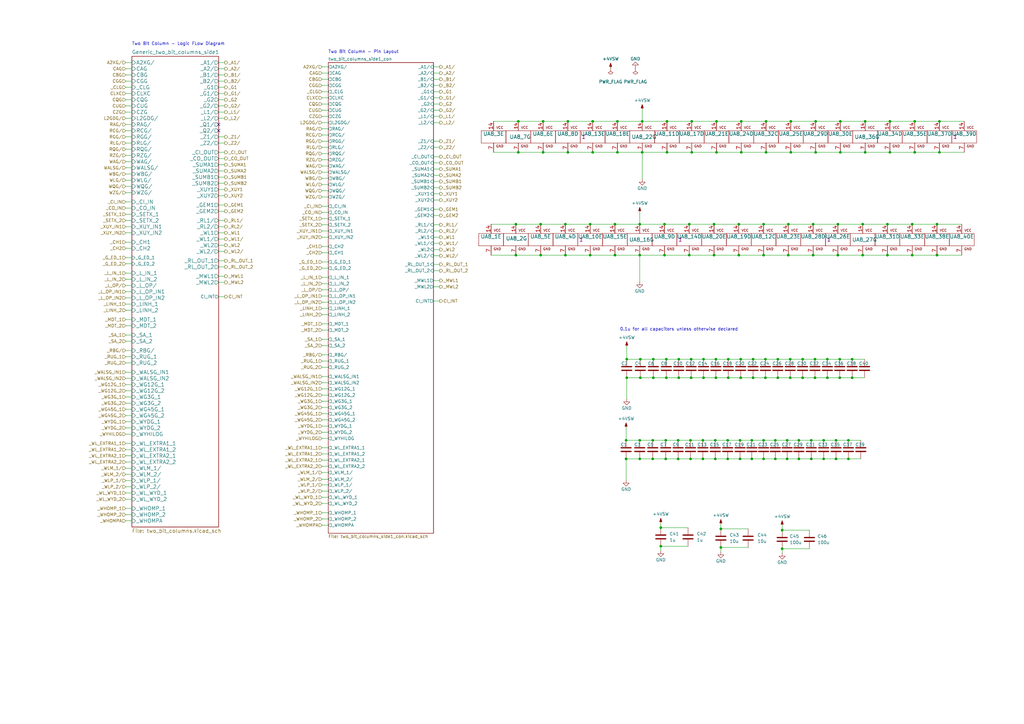
<source format=kicad_sch>
(kicad_sch (version 20211123) (generator eeschema)
  (paper "A3")
  (title_block (title "Logic Flow Diagram - Logic Module A8-A11 Generic") (rev "a") (comment 1 "Ref. Apollo Drawing No. 2005255-, 2005256A, 2005257A, 2005258A") (comment 2 "Important: Pin Layout does not match original Documents") (comment 3 "Side A"))
  (junction (at 262.382 180.594))
  (junction (at 232.918 62.484))
  (junction (at 288.544 154.94))
  (junction (at 320.802 225.044))
  (junction (at 278.13 188.214))
  (junction (at 349.504 147.32))
  (junction (at 273.05 180.594))
  (junction (at 283.21 188.214))
  (junction (at 298.45 188.214))
  (junction (at 288.29 180.594))
  (junction (at 314.198 49.784))
  (junction (at 375.158 49.784))
  (junction (at 324.104 154.94))
  (junction (at 364.998 49.784))
  (junction (at 337.82 180.594))
  (junction (at 278.384 147.32))
  (junction (at 324.104 147.32))
  (junction (at 333.502 91.948))
  (junction (at 318.008 180.594))
  (junction (at 242.062 104.648))
  (junction (at 283.718 49.784))
  (junction (at 303.53 180.594))
  (junction (at 263.398 62.484))
  (junction (at 292.862 91.948))
  (junction (at 262.636 147.32))
  (junction (at 342.9 188.214))
  (junction (at 272.542 91.948))
  (junction (at 347.98 188.214))
  (junction (at 298.704 147.32))
  (junction (at 256.794 180.594))
  (junction (at 385.318 49.784))
  (junction (at 375.158 62.484))
  (junction (at 334.518 49.784))
  (junction (at 344.424 147.32))
  (junction (at 329.184 147.32))
  (junction (at 313.182 188.214))
  (junction (at 339.344 154.94))
  (junction (at 298.704 154.94))
  (junction (at 273.05 188.214))
  (junction (at 363.982 104.648))
  (junction (at 282.702 91.948))
  (junction (at 344.424 154.94))
  (junction (at 231.902 91.948))
  (junction (at 273.304 147.32))
  (junction (at 385.318 62.484))
  (junction (at 313.944 154.94))
  (junction (at 342.9 180.594))
  (junction (at 303.53 188.214))
  (junction (at 253.238 49.784))
  (junction (at 313.182 91.948))
  (junction (at 212.598 62.484))
  (junction (at 271.018 224.028))
  (junction (at 322.834 180.594))
  (junction (at 344.678 62.484))
  (junction (at 374.142 91.948))
  (junction (at 354.838 49.784))
  (junction (at 327.66 188.214))
  (junction (at 231.902 104.648))
  (junction (at 273.304 154.94))
  (junction (at 337.82 188.214))
  (junction (at 253.238 62.484))
  (junction (at 313.182 104.648))
  (junction (at 347.98 180.594))
  (junction (at 272.542 104.648))
  (junction (at 295.656 216.916))
  (junction (at 252.222 91.948))
  (junction (at 273.558 49.784))
  (junction (at 232.918 49.784))
  (junction (at 319.024 147.32))
  (junction (at 292.862 104.648))
  (junction (at 333.502 104.648))
  (junction (at 267.716 188.214))
  (junction (at 222.758 49.784))
  (junction (at 243.078 62.484))
  (junction (at 257.048 147.32))
  (junction (at 323.342 104.648))
  (junction (at 313.182 180.594))
  (junction (at 313.944 147.32))
  (junction (at 343.662 91.948))
  (junction (at 327.66 180.594))
  (junction (at 308.356 188.214))
  (junction (at 353.822 91.948))
  (junction (at 344.678 49.784))
  (junction (at 304.038 62.484))
  (junction (at 295.656 224.536))
  (junction (at 303.784 154.94))
  (junction (at 267.716 180.594))
  (junction (at 334.518 62.484))
  (junction (at 263.398 49.784))
  (junction (at 283.464 147.32))
  (junction (at 334.264 154.94))
  (junction (at 349.504 154.94))
  (junction (at 211.582 91.948))
  (junction (at 308.864 154.94))
  (junction (at 262.382 188.214))
  (junction (at 267.97 154.94))
  (junction (at 222.758 62.484))
  (junction (at 293.624 147.32))
  (junction (at 339.344 147.32))
  (junction (at 304.038 49.784))
  (junction (at 283.464 154.94))
  (junction (at 303.022 104.648))
  (junction (at 298.45 180.594))
  (junction (at 318.008 188.214))
  (junction (at 343.662 104.648))
  (junction (at 354.838 62.484))
  (junction (at 283.21 180.594))
  (junction (at 303.784 147.32))
  (junction (at 262.636 154.94))
  (junction (at 243.078 49.784))
  (junction (at 262.382 104.648))
  (junction (at 353.822 104.648))
  (junction (at 319.024 154.94))
  (junction (at 293.878 49.784))
  (junction (at 322.834 188.214))
  (junction (at 278.13 180.594))
  (junction (at 288.544 147.32))
  (junction (at 282.702 104.648))
  (junction (at 308.864 147.32))
  (junction (at 211.582 104.648))
  (junction (at 320.802 217.424))
  (junction (at 332.74 180.594))
  (junction (at 329.184 154.94))
  (junction (at 384.302 91.948))
  (junction (at 267.97 147.32))
  (junction (at 293.878 62.484))
  (junction (at 332.74 188.214))
  (junction (at 256.794 188.214))
  (junction (at 374.142 104.648))
  (junction (at 384.302 104.648))
  (junction (at 221.742 104.648))
  (junction (at 288.29 188.214))
  (junction (at 278.384 154.94))
  (junction (at 293.37 180.594))
  (junction (at 212.598 49.784))
  (junction (at 242.062 91.948))
  (junction (at 293.624 154.94))
  (junction (at 257.048 154.94))
  (junction (at 364.998 62.484))
  (junction (at 303.022 91.948))
  (junction (at 308.356 180.594))
  (junction (at 252.222 104.648))
  (junction (at 273.558 62.484))
  (junction (at 314.198 62.484))
  (junction (at 221.742 91.948))
  (junction (at 324.358 62.484))
  (junction (at 334.264 147.32))
  (junction (at 283.718 62.484))
  (junction (at 262.382 91.948))
  (junction (at 324.358 49.784))
  (junction (at 293.37 188.214))
  (junction (at 271.018 216.408))
  (junction (at 323.342 91.948))
  (junction (at 363.982 91.948))
  (no_connect (at 89.662 51.054))
  (no_connect (at 89.662 53.594))
  (wire (pts (xy 89.662 40.894) (xy 92.202 40.894)))
  (wire (pts (xy 293.37 180.594) (xy 298.45 180.594)))
  (wire (pts (xy 318.008 188.214) (xy 322.834 188.214)))
  (wire (pts (xy 134.62 183.642) (xy 132.08 183.642)))
  (wire (pts (xy 89.662 38.354) (xy 92.202 38.354)))
  (wire (pts (xy 283.464 147.32) (xy 288.544 147.32)))
  (wire (pts (xy 319.024 154.94) (xy 324.104 154.94)))
  (wire (pts (xy 54.102 73.914) (xy 51.562 73.914)))
  (wire (pts (xy 293.37 188.214) (xy 298.45 188.214)))
  (wire (pts (xy 51.562 95.504) (xy 54.102 95.504)))
  (wire (pts (xy 283.718 49.784) (xy 293.878 49.784)))
  (wire (pts (xy 363.982 91.948) (xy 374.142 91.948)))
  (wire (pts (xy 177.8 27.432) (xy 180.34 27.432)))
  (wire (pts (xy 54.102 28.194) (xy 51.562 28.194)))
  (wire (pts (xy 342.9 188.214) (xy 347.98 188.214)))
  (wire (pts (xy 132.08 167.132) (xy 134.62 167.132)))
  (wire (pts (xy 51.562 165.354) (xy 54.102 165.354)))
  (wire (pts (xy 134.62 42.672) (xy 132.08 42.672)))
  (wire (pts (xy 134.62 75.692) (xy 132.08 75.692)))
  (wire (pts (xy 283.718 62.484) (xy 293.878 62.484)))
  (wire (pts (xy 293.624 154.94) (xy 298.704 154.94)))
  (wire (pts (xy 132.08 94.742) (xy 134.62 94.742)))
  (wire (pts (xy 54.102 181.864) (xy 51.562 181.864)))
  (wire (pts (xy 134.62 57.912) (xy 132.08 57.912)))
  (wire (pts (xy 89.662 43.434) (xy 92.202 43.434)))
  (wire (pts (xy 54.102 90.424) (xy 51.562 90.424)))
  (wire (pts (xy 202.438 49.784) (xy 212.598 49.784)))
  (wire (pts (xy 313.182 180.594) (xy 318.008 180.594)))
  (wire (pts (xy 132.08 87.122) (xy 134.62 87.122)))
  (wire (pts (xy 257.048 147.32) (xy 262.636 147.32)))
  (wire (pts (xy 134.62 201.422) (xy 132.08 201.422)))
  (wire (pts (xy 54.102 139.954) (xy 51.562 139.954)))
  (wire (pts (xy 89.662 98.044) (xy 92.202 98.044)))
  (wire (pts (xy 132.08 107.442) (xy 134.62 107.442)))
  (wire (pts (xy 304.038 49.784) (xy 314.198 49.784)))
  (wire (pts (xy 313.182 188.214) (xy 318.008 188.214)))
  (wire (pts (xy 51.562 108.204) (xy 54.102 108.204)))
  (wire (pts (xy 339.344 154.94) (xy 344.424 154.94)))
  (wire (pts (xy 283.21 188.214) (xy 288.29 188.214)))
  (wire (pts (xy 347.98 188.214) (xy 353.06 188.214)))
  (wire (pts (xy 134.62 55.372) (xy 132.08 55.372)))
  (wire (pts (xy 134.62 101.092) (xy 132.08 101.092)))
  (wire (pts (xy 344.424 154.94) (xy 349.504 154.94)))
  (wire (pts (xy 89.662 48.514) (xy 92.202 48.514)))
  (wire (pts (xy 319.024 147.32) (xy 324.104 147.32)))
  (wire (pts (xy 295.656 224.536) (xy 295.656 226.314)))
  (wire (pts (xy 256.794 188.214) (xy 256.794 196.85)))
  (wire (pts (xy 256.794 188.214) (xy 262.382 188.214)))
  (wire (pts (xy 134.62 92.202) (xy 132.08 92.202)))
  (wire (pts (xy 256.794 147.32) (xy 257.048 147.32)))
  (wire (pts (xy 347.98 180.594) (xy 353.06 180.594)))
  (wire (pts (xy 201.422 91.948) (xy 211.582 91.948)))
  (wire (pts (xy 89.662 75.184) (xy 92.202 75.184)))
  (wire (pts (xy 54.102 131.064) (xy 51.562 131.064)))
  (wire (pts (xy 303.784 147.32) (xy 308.864 147.32)))
  (wire (pts (xy 344.678 62.484) (xy 354.838 62.484)))
  (wire (pts (xy 384.302 104.648) (xy 394.462 104.648)))
  (wire (pts (xy 288.544 147.32) (xy 293.624 147.32)))
  (wire (pts (xy 89.662 56.134) (xy 92.202 56.134)))
  (wire (pts (xy 54.102 202.184) (xy 51.562 202.184)))
  (wire (pts (xy 303.022 104.648) (xy 313.182 104.648)))
  (wire (pts (xy 134.62 154.432) (xy 132.08 154.432)))
  (wire (pts (xy 177.8 85.852) (xy 180.34 85.852)))
  (wire (pts (xy 54.102 117.094) (xy 51.562 117.094)))
  (wire (pts (xy 54.102 186.944) (xy 51.562 186.944)))
  (wire (pts (xy 132.08 129.032) (xy 134.62 129.032)))
  (wire (pts (xy 134.62 186.182) (xy 132.08 186.182)))
  (wire (pts (xy 134.62 103.632) (xy 132.08 103.632)))
  (wire (pts (xy 134.62 62.992) (xy 132.08 62.992)))
  (wire (pts (xy 322.834 180.594) (xy 327.66 180.594)))
  (wire (pts (xy 177.8 99.822) (xy 180.34 99.822)))
  (wire (pts (xy 177.8 37.592) (xy 180.34 37.592)))
  (wire (pts (xy 295.656 216.916) (xy 306.832 216.916)))
  (wire (pts (xy 298.45 180.594) (xy 303.53 180.594)))
  (wire (pts (xy 89.662 45.974) (xy 92.202 45.974)))
  (wire (pts (xy 256.54 180.594) (xy 256.794 180.594)))
  (wire (pts (xy 349.504 154.94) (xy 354.584 154.94)))
  (wire (pts (xy 262.382 86.868) (xy 262.382 91.948)))
  (wire (pts (xy 132.08 126.492) (xy 134.62 126.492)))
  (wire (pts (xy 177.8 88.392) (xy 180.34 88.392)))
  (wire (pts (xy 308.356 180.594) (xy 313.182 180.594)))
  (wire (pts (xy 51.562 208.534) (xy 54.102 208.534)))
  (wire (pts (xy 177.8 35.052) (xy 180.34 35.052)))
  (wire (pts (xy 375.158 49.784) (xy 385.318 49.784)))
  (wire (pts (xy 51.562 85.344) (xy 54.102 85.344)))
  (wire (pts (xy 134.62 68.072) (xy 132.08 68.072)))
  (wire (pts (xy 132.08 164.592) (xy 134.62 164.592)))
  (wire (pts (xy 314.198 49.784) (xy 324.358 49.784)))
  (wire (pts (xy 324.358 62.484) (xy 334.518 62.484)))
  (wire (pts (xy 272.542 91.948) (xy 282.702 91.948)))
  (wire (pts (xy 134.62 113.792) (xy 132.08 113.792)))
  (wire (pts (xy 201.422 104.648) (xy 211.582 104.648)))
  (wire (pts (xy 132.08 162.052) (xy 134.62 162.052)))
  (wire (pts (xy 54.102 199.644) (xy 51.562 199.644)))
  (wire (pts (xy 54.102 25.654) (xy 51.562 25.654)))
  (wire (pts (xy 89.662 28.194) (xy 92.202 28.194)))
  (wire (pts (xy 232.918 62.484) (xy 243.078 62.484)))
  (wire (pts (xy 271.018 224.028) (xy 271.018 225.806)))
  (wire (pts (xy 332.74 188.214) (xy 337.82 188.214)))
  (wire (pts (xy 211.582 91.948) (xy 221.742 91.948)))
  (wire (pts (xy 89.662 115.824) (xy 92.202 115.824)))
  (wire (pts (xy 177.8 69.342) (xy 180.34 69.342)))
  (wire (pts (xy 51.562 119.634) (xy 54.102 119.634)))
  (wire (pts (xy 273.304 147.32) (xy 278.384 147.32)))
  (wire (pts (xy 263.398 44.704) (xy 263.398 49.784)))
  (wire (pts (xy 89.662 121.666) (xy 92.202 121.666)))
  (wire (pts (xy 132.08 150.622) (xy 134.62 150.622)))
  (wire (pts (xy 134.62 70.612) (xy 132.08 70.612)))
  (wire (pts (xy 278.13 180.594) (xy 283.21 180.594)))
  (wire (pts (xy 333.502 91.948) (xy 343.662 91.948)))
  (wire (pts (xy 134.62 80.772) (xy 132.08 80.772)))
  (wire (pts (xy 292.862 91.948) (xy 303.022 91.948)))
  (wire (pts (xy 134.62 141.732) (xy 132.08 141.732)))
  (wire (pts (xy 134.62 196.596) (xy 132.08 196.596)))
  (wire (pts (xy 177.8 50.292) (xy 180.34 50.292)))
  (wire (pts (xy 334.264 147.32) (xy 339.344 147.32)))
  (wire (pts (xy 89.662 90.424) (xy 92.202 90.424)))
  (wire (pts (xy 177.8 47.752) (xy 180.34 47.752)))
  (wire (pts (xy 89.662 25.654) (xy 92.202 25.654)))
  (wire (pts (xy 134.62 123.952) (xy 132.08 123.952)))
  (wire (pts (xy 222.758 49.784) (xy 232.918 49.784)))
  (wire (pts (xy 89.662 33.274) (xy 92.202 33.274)))
  (wire (pts (xy 243.078 62.484) (xy 253.238 62.484)))
  (wire (pts (xy 354.838 62.484) (xy 364.998 62.484)))
  (wire (pts (xy 353.822 91.948) (xy 363.982 91.948)))
  (wire (pts (xy 177.8 29.972) (xy 180.34 29.972)))
  (wire (pts (xy 54.102 38.354) (xy 51.562 38.354)))
  (wire (pts (xy 222.758 62.484) (xy 232.918 62.484)))
  (wire (pts (xy 324.104 154.94) (xy 329.184 154.94)))
  (wire (pts (xy 263.398 73.406) (xy 263.398 62.484)))
  (wire (pts (xy 303.784 154.94) (xy 308.864 154.94)))
  (wire (pts (xy 231.902 104.648) (xy 242.062 104.648)))
  (wire (pts (xy 177.8 102.362) (xy 180.34 102.362)))
  (wire (pts (xy 134.62 203.962) (xy 132.08 203.962)))
  (wire (pts (xy 298.704 147.32) (xy 303.784 147.32)))
  (wire (pts (xy 134.62 40.132) (xy 132.08 40.132)))
  (wire (pts (xy 293.624 147.32) (xy 298.704 147.32)))
  (wire (pts (xy 89.662 67.564) (xy 92.202 67.564)))
  (wire (pts (xy 51.562 162.814) (xy 54.102 162.814)))
  (wire (pts (xy 177.8 66.802) (xy 180.34 66.802)))
  (wire (pts (xy 54.102 122.174) (xy 51.562 122.174)))
  (wire (pts (xy 54.102 40.894) (xy 51.562 40.894)))
  (wire (pts (xy 54.102 192.024) (xy 51.562 192.024)))
  (wire (pts (xy 262.636 147.32) (xy 267.97 147.32)))
  (wire (pts (xy 134.62 45.212) (xy 132.08 45.212)))
  (wire (pts (xy 250.444 27.94) (xy 250.444 27.686)))
  (wire (pts (xy 54.102 155.194) (xy 51.562 155.194)))
  (wire (pts (xy 257.048 154.94) (xy 262.636 154.94)))
  (wire (pts (xy 54.102 133.604) (xy 51.562 133.604)))
  (wire (pts (xy 54.102 211.074) (xy 51.562 211.074)))
  (wire (pts (xy 134.62 27.432) (xy 132.08 27.432)))
  (wire (pts (xy 231.902 91.948) (xy 242.062 91.948)))
  (wire (pts (xy 134.62 188.722) (xy 132.08 188.722)))
  (wire (pts (xy 344.424 147.32) (xy 349.504 147.32)))
  (wire (pts (xy 134.62 50.292) (xy 132.08 50.292)))
  (wire (pts (xy 54.102 137.414) (xy 51.562 137.414)))
  (wire (pts (xy 134.62 174.752) (xy 132.08 174.752)))
  (wire (pts (xy 253.238 62.484) (xy 263.398 62.484)))
  (wire (pts (xy 283.464 154.94) (xy 288.544 154.94)))
  (wire (pts (xy 89.662 106.934) (xy 92.202 106.934)))
  (wire (pts (xy 332.74 180.594) (xy 337.82 180.594)))
  (wire (pts (xy 267.716 180.594) (xy 273.05 180.594)))
  (wire (pts (xy 256.794 180.594) (xy 262.382 180.594)))
  (wire (pts (xy 89.662 92.964) (xy 92.202 92.964)))
  (wire (pts (xy 262.382 104.648) (xy 272.542 104.648)))
  (wire (pts (xy 202.438 62.484) (xy 212.598 62.484)))
  (wire (pts (xy 89.662 35.814) (xy 92.202 35.814)))
  (wire (pts (xy 134.62 65.532) (xy 132.08 65.532)))
  (wire (pts (xy 292.862 104.648) (xy 303.022 104.648)))
  (wire (pts (xy 134.62 179.832) (xy 132.08 179.832)))
  (wire (pts (xy 273.05 188.214) (xy 278.13 188.214)))
  (wire (pts (xy 288.29 180.594) (xy 293.37 180.594)))
  (wire (pts (xy 132.08 148.082) (xy 134.62 148.082)))
  (wire (pts (xy 89.662 84.074) (xy 92.202 84.074)))
  (wire (pts (xy 177.8 32.512) (xy 180.34 32.512)))
  (wire (pts (xy 320.802 225.044) (xy 331.978 225.044)))
  (wire (pts (xy 54.102 82.804) (xy 51.562 82.804)))
  (wire (pts (xy 134.62 206.502) (xy 132.08 206.502)))
  (wire (pts (xy 308.864 154.94) (xy 313.944 154.94)))
  (wire (pts (xy 342.9 180.594) (xy 347.98 180.594)))
  (wire (pts (xy 272.542 104.648) (xy 282.702 104.648)))
  (wire (pts (xy 51.562 148.844) (xy 54.102 148.844)))
  (wire (pts (xy 256.794 175.26) (xy 256.794 180.594)))
  (wire (pts (xy 177.8 60.452) (xy 180.34 60.452)))
  (wire (pts (xy 54.102 213.614) (xy 51.562 213.614)))
  (wire (pts (xy 271.018 224.028) (xy 282.194 224.028)))
  (wire (pts (xy 177.8 71.882) (xy 180.34 71.882)))
  (wire (pts (xy 334.264 154.94) (xy 339.344 154.94)))
  (wire (pts (xy 89.662 103.124) (xy 92.202 103.124)))
  (wire (pts (xy 303.53 188.214) (xy 308.356 188.214)))
  (wire (pts (xy 134.62 177.292) (xy 132.08 177.292)))
  (wire (pts (xy 212.598 62.484) (xy 222.758 62.484)))
  (wire (pts (xy 54.102 35.814) (xy 51.562 35.814)))
  (wire (pts (xy 132.08 210.312) (xy 134.62 210.312)))
  (wire (pts (xy 54.102 152.654) (xy 51.562 152.654)))
  (wire (pts (xy 278.384 154.94) (xy 283.464 154.94)))
  (wire (pts (xy 134.62 37.592) (xy 132.08 37.592)))
  (wire (pts (xy 288.29 188.214) (xy 293.37 188.214)))
  (wire (pts (xy 177.8 110.998) (xy 180.34 110.998)))
  (wire (pts (xy 51.562 170.434) (xy 54.102 170.434)))
  (wire (pts (xy 54.102 143.764) (xy 51.562 143.764)))
  (wire (pts (xy 252.222 104.648) (xy 262.382 104.648)))
  (wire (pts (xy 242.062 104.648) (xy 252.222 104.648)))
  (wire (pts (xy 54.102 184.404) (xy 51.562 184.404)))
  (wire (pts (xy 304.038 62.484) (xy 314.198 62.484)))
  (wire (pts (xy 54.102 204.724) (xy 51.562 204.724)))
  (wire (pts (xy 295.656 224.536) (xy 306.832 224.536)))
  (wire (pts (xy 374.142 91.948) (xy 384.302 91.948)))
  (wire (pts (xy 308.864 147.32) (xy 313.944 147.32)))
  (wire (pts (xy 89.662 80.264) (xy 92.202 80.264)))
  (wire (pts (xy 262.382 115.57) (xy 262.382 104.648)))
  (wire (pts (xy 232.918 49.784) (xy 243.078 49.784)))
  (wire (pts (xy 313.944 147.32) (xy 319.024 147.32)))
  (wire (pts (xy 134.62 29.972) (xy 132.08 29.972)))
  (wire (pts (xy 314.198 62.484) (xy 324.358 62.484)))
  (wire (pts (xy 329.184 147.32) (xy 334.264 147.32)))
  (wire (pts (xy 242.062 91.948) (xy 252.222 91.948)))
  (wire (pts (xy 343.662 104.648) (xy 353.822 104.648)))
  (wire (pts (xy 51.562 127.254) (xy 54.102 127.254)))
  (wire (pts (xy 89.662 77.724) (xy 92.202 77.724)))
  (wire (pts (xy 134.62 132.842) (xy 132.08 132.842)))
  (wire (pts (xy 262.636 154.94) (xy 267.97 154.94)))
  (wire (pts (xy 273.558 62.484) (xy 283.718 62.484)))
  (wire (pts (xy 89.662 58.674) (xy 92.202 58.674)))
  (wire (pts (xy 329.184 154.94) (xy 334.264 154.94)))
  (wire (pts (xy 221.742 91.948) (xy 231.902 91.948)))
  (wire (pts (xy 298.704 154.94) (xy 303.784 154.94)))
  (wire (pts (xy 303.022 91.948) (xy 313.182 91.948)))
  (wire (pts (xy 54.102 61.214) (xy 51.562 61.214)))
  (wire (pts (xy 51.562 124.714) (xy 54.102 124.714)))
  (wire (pts (xy 54.102 53.594) (xy 51.562 53.594)))
  (wire (pts (xy 132.08 109.982) (xy 134.62 109.982)))
  (wire (pts (xy 54.102 178.054) (xy 51.562 178.054)))
  (wire (pts (xy 54.102 76.454) (xy 51.562 76.454)))
  (wire (pts (xy 313.182 91.948) (xy 323.342 91.948)))
  (wire (pts (xy 89.662 72.644) (xy 92.202 72.644)))
  (wire (pts (xy 134.62 191.262) (xy 132.08 191.262)))
  (wire (pts (xy 221.742 104.648) (xy 231.902 104.648)))
  (wire (pts (xy 320.802 215.392) (xy 320.802 217.424)))
  (wire (pts (xy 267.716 188.214) (xy 273.05 188.214)))
  (wire (pts (xy 318.008 180.594) (xy 322.834 180.594)))
  (wire (pts (xy 134.62 89.662) (xy 132.08 89.662)))
  (wire (pts (xy 134.62 60.452) (xy 132.08 60.452)))
  (wire (pts (xy 54.102 194.564) (xy 51.562 194.564)))
  (wire (pts (xy 313.182 104.648) (xy 323.342 104.648)))
  (wire (pts (xy 271.018 214.376) (xy 271.018 216.408)))
  (wire (pts (xy 54.102 114.554) (xy 51.562 114.554)))
  (wire (pts (xy 134.62 35.052) (xy 132.08 35.052)))
  (wire (pts (xy 323.342 104.648) (xy 333.502 104.648)))
  (wire (pts (xy 211.582 104.648) (xy 221.742 104.648)))
  (wire (pts (xy 384.302 91.948) (xy 394.462 91.948)))
  (wire (pts (xy 257.048 154.94) (xy 257.048 163.576)))
  (wire (pts (xy 134.62 52.832) (xy 132.08 52.832)))
  (wire (pts (xy 320.802 225.044) (xy 320.802 226.822)))
  (wire (pts (xy 54.102 87.884) (xy 51.562 87.884)))
  (wire (pts (xy 333.502 104.648) (xy 343.662 104.648)))
  (wire (pts (xy 320.802 217.424) (xy 331.978 217.424)))
  (wire (pts (xy 177.8 79.502) (xy 180.34 79.502)))
  (wire (pts (xy 243.078 49.784) (xy 253.238 49.784)))
  (wire (pts (xy 344.678 49.784) (xy 354.838 49.784)))
  (wire (pts (xy 134.62 73.152) (xy 132.08 73.152)))
  (wire (pts (xy 134.62 156.972) (xy 132.08 156.972)))
  (wire (pts (xy 89.662 62.484) (xy 92.202 62.484)))
  (wire (pts (xy 349.504 147.32) (xy 354.584 147.32)))
  (wire (pts (xy 51.562 146.304) (xy 54.102 146.304)))
  (wire (pts (xy 134.62 84.582) (xy 132.08 84.582)))
  (wire (pts (xy 177.8 64.262) (xy 180.34 64.262)))
  (wire (pts (xy 343.662 91.948) (xy 353.822 91.948)))
  (wire (pts (xy 134.62 139.192) (xy 132.08 139.192)))
  (wire (pts (xy 313.944 154.94) (xy 319.024 154.94)))
  (wire (pts (xy 354.838 49.784) (xy 364.998 49.784)))
  (wire (pts (xy 51.562 160.274) (xy 54.102 160.274)))
  (wire (pts (xy 54.102 48.514) (xy 51.562 48.514)))
  (wire (pts (xy 54.102 172.974) (xy 51.562 172.974)))
  (wire (pts (xy 89.662 70.104) (xy 92.202 70.104)))
  (wire (pts (xy 89.662 100.584) (xy 92.202 100.584)))
  (wire (pts (xy 54.102 51.054) (xy 51.562 51.054)))
  (wire (pts (xy 51.562 167.894) (xy 54.102 167.894)))
  (wire (pts (xy 132.08 169.672) (xy 134.62 169.672)))
  (wire (pts (xy 89.662 109.474) (xy 92.202 109.474)))
  (wire (pts (xy 177.8 82.042) (xy 180.34 82.042)))
  (wire (pts (xy 337.82 188.214) (xy 342.9 188.214)))
  (wire (pts (xy 134.62 215.392) (xy 132.08 215.392)))
  (wire (pts (xy 51.562 105.664) (xy 54.102 105.664)))
  (wire (pts (xy 293.878 49.784) (xy 304.038 49.784)))
  (wire (pts (xy 257.048 141.986) (xy 257.048 147.32)))
  (wire (pts (xy 54.102 78.994) (xy 51.562 78.994)))
  (wire (pts (xy 177.8 57.912) (xy 180.34 57.912)))
  (wire (pts (xy 54.102 101.854) (xy 51.562 101.854)))
  (wire (pts (xy 134.62 212.852) (xy 132.08 212.852)))
  (wire (pts (xy 54.102 33.274) (xy 51.562 33.274)))
  (wire (pts (xy 132.08 172.212) (xy 134.62 172.212)))
  (wire (pts (xy 89.662 86.614) (xy 92.202 86.614)))
  (wire (pts (xy 51.562 157.734) (xy 54.102 157.734)))
  (wire (pts (xy 134.62 116.332) (xy 132.08 116.332)))
  (wire (pts (xy 385.318 49.784) (xy 395.478 49.784)))
  (wire (pts (xy 334.518 62.484) (xy 344.678 62.484)))
  (wire (pts (xy 134.62 193.802) (xy 132.08 193.802)))
  (wire (pts (xy 374.142 104.648) (xy 384.302 104.648)))
  (wire (pts (xy 177.8 45.212) (xy 180.34 45.212)))
  (wire (pts (xy 303.53 180.594) (xy 308.356 180.594)))
  (wire (pts (xy 134.62 118.872) (xy 132.08 118.872)))
  (wire (pts (xy 132.08 159.512) (xy 134.62 159.512)))
  (wire (pts (xy 89.662 65.024) (xy 92.202 65.024)))
  (wire (pts (xy 177.8 42.672) (xy 180.34 42.672)))
  (wire (pts (xy 134.62 145.542) (xy 132.08 145.542)))
  (wire (pts (xy 132.08 97.282) (xy 134.62 97.282)))
  (wire (pts (xy 334.518 49.784) (xy 344.678 49.784)))
  (wire (pts (xy 54.102 45.974) (xy 51.562 45.974)))
  (wire (pts (xy 323.342 91.948) (xy 333.502 91.948)))
  (wire (pts (xy 339.344 147.32) (xy 344.424 147.32)))
  (wire (pts (xy 273.304 154.94) (xy 278.384 154.94)))
  (wire (pts (xy 271.018 216.408) (xy 282.194 216.408)))
  (wire (pts (xy 353.822 104.648) (xy 363.982 104.648)))
  (wire (pts (xy 288.544 154.94) (xy 293.624 154.94)))
  (wire (pts (xy 89.662 95.504) (xy 92.202 95.504)))
  (wire (pts (xy 54.102 189.484) (xy 51.562 189.484)))
  (wire (pts (xy 89.662 30.734) (xy 92.202 30.734)))
  (wire (pts (xy 54.102 71.374) (xy 51.562 71.374)))
  (wire (pts (xy 132.08 121.412) (xy 134.62 121.412)))
  (wire (pts (xy 54.102 197.104) (xy 51.562 197.104)))
  (wire (pts (xy 54.102 56.134) (xy 51.562 56.134)))
  (wire (pts (xy 385.318 62.484) (xy 395.478 62.484)))
  (wire (pts (xy 293.878 62.484) (xy 304.038 62.484)))
  (wire (pts (xy 252.222 91.948) (xy 262.382 91.948)))
  (wire (pts (xy 282.702 91.948) (xy 292.862 91.948)))
  (wire (pts (xy 54.102 99.314) (xy 51.562 99.314)))
  (wire (pts (xy 263.398 49.784) (xy 273.558 49.784)))
  (wire (pts (xy 282.702 104.648) (xy 292.862 104.648)))
  (wire (pts (xy 364.998 49.784) (xy 375.158 49.784)))
  (wire (pts (xy 278.13 188.214) (xy 283.21 188.214)))
  (wire (pts (xy 262.382 91.948) (xy 272.542 91.948)))
  (wire (pts (xy 54.102 68.834) (xy 51.562 68.834)))
  (wire (pts (xy 177.8 76.962) (xy 180.34 76.962)))
  (wire (pts (xy 177.8 94.742) (xy 180.34 94.742)))
  (wire (pts (xy 54.102 112.014) (xy 51.562 112.014)))
  (wire (pts (xy 212.598 49.784) (xy 222.758 49.784)))
  (wire (pts (xy 134.62 32.512) (xy 132.08 32.512)))
  (wire (pts (xy 364.998 62.484) (xy 375.158 62.484)))
  (wire (pts (xy 324.358 49.784) (xy 334.518 49.784)))
  (wire (pts (xy 375.158 62.484) (xy 385.318 62.484)))
  (wire (pts (xy 134.62 78.232) (xy 132.08 78.232)))
  (wire (pts (xy 54.102 63.754) (xy 51.562 63.754)))
  (wire (pts (xy 273.05 180.594) (xy 278.13 180.594)))
  (wire (pts (xy 134.62 198.882) (xy 132.08 198.882)))
  (wire (pts (xy 327.66 180.594) (xy 332.74 180.594)))
  (wire (pts (xy 253.238 49.784) (xy 263.398 49.784)))
  (wire (pts (xy 177.8 104.902) (xy 180.34 104.902)))
  (wire (pts (xy 134.62 47.752) (xy 132.08 47.752)))
  (wire (pts (xy 267.97 147.32) (xy 273.304 147.32)))
  (wire (pts (xy 295.656 214.884) (xy 295.656 216.916)))
  (wire (pts (xy 298.45 188.214) (xy 303.53 188.214)))
  (wire (pts (xy 308.356 188.214) (xy 313.182 188.214)))
  (wire (pts (xy 54.102 66.294) (xy 51.562 66.294)))
  (wire (pts (xy 177.8 92.202) (xy 180.34 92.202)))
  (wire (pts (xy 177.8 74.422) (xy 180.34 74.422)))
  (wire (pts (xy 283.21 180.594) (xy 288.29 180.594)))
  (wire (pts (xy 177.8 40.132) (xy 180.34 40.132)))
  (wire (pts (xy 134.62 135.382) (xy 132.08 135.382)))
  (wire (pts (xy 262.382 180.594) (xy 267.716 180.594)))
  (wire (pts (xy 337.82 180.594) (xy 342.9 180.594)))
  (wire (pts (xy 177.8 115.062) (xy 180.34 115.062)))
  (wire (pts (xy 263.398 62.484) (xy 273.558 62.484)))
  (wire (pts (xy 324.104 147.32) (xy 329.184 147.32)))
  (wire (pts (xy 54.102 58.674) (xy 51.562 58.674)))
  (wire (pts (xy 262.382 188.214) (xy 267.716 188.214)))
  (wire (pts (xy 273.558 49.784) (xy 283.718 49.784)))
  (wire (pts (xy 54.102 175.514) (xy 51.562 175.514)))
  (wire (pts (xy 363.982 104.648) (xy 374.142 104.648)))
  (wire (pts (xy 54.102 30.734) (xy 51.562 30.734)))
  (wire (pts (xy 267.97 154.94) (xy 273.304 154.94)))
  (wire (pts (xy 177.8 97.282) (xy 180.34 97.282)))
  (wire (pts (xy 177.8 108.458) (xy 180.34 108.458)))
  (wire (pts (xy 51.562 92.964) (xy 54.102 92.964)))
  (wire (pts (xy 89.662 113.284) (xy 92.202 113.284)))
  (wire (pts (xy 177.8 123.444) (xy 180.34 123.444)))
  (wire (pts (xy 54.102 43.434) (xy 51.562 43.434)))
  (wire (pts (xy 322.834 188.214) (xy 327.66 188.214)))
  (wire (pts (xy 177.8 117.602) (xy 180.34 117.602)))
  (wire (pts (xy 278.384 147.32) (xy 283.464 147.32)))
  (wire (pts (xy 327.66 188.214) (xy 332.74 188.214)))
  (text "Two Bit Column - Logic FLow Diagram\n" (at 54.102 18.796 0) (effects (font (size 1.27 1.27)) (justify left bottom)))
  (text "0.1u for all capacitors unless otherwise declared\n" (at 254.254 135.89 0) (effects (font (size 1.27 1.27)) (justify left bottom)))
  (text "Two Bit Column - Pin Layout\n" (at 134.62 22.098 0) (effects (font (size 1.27 1.27)) (justify left bottom)))
  (hierarchical_label "_WALSG_IN2" (shape input) (at 132.08 156.972 180))
  (hierarchical_label "_CO_IN" (shape input) (at 51.562 85.344 180))
  (hierarchical_label "_WG45G_1" (shape input) (at 132.08 169.672 180))
  (hierarchical_label "_SUMA2" (shape output) (at 92.202 70.104 0))
  (hierarchical_label "CGG" (shape input) (at 51.562 33.274 180))
  (hierarchical_label "_RBG{slash}" (shape input) (at 51.562 143.764 180))
  (hierarchical_label "L2GDG{slash}" (shape input) (at 51.562 48.514 180))
  (hierarchical_label "_SA_2" (shape input) (at 51.562 139.954 180))
  (hierarchical_label "_WLP_2{slash}" (shape input) (at 132.08 201.422 180))
  (hierarchical_label "_RBG{slash}" (shape input) (at 132.08 145.542 180))
  (hierarchical_label "_L1{slash}" (shape output) (at 92.202 45.974 0))
  (hierarchical_label "_Z1{slash}" (shape output) (at 92.202 56.134 0))
  (hierarchical_label "_L_IN_1" (shape input) (at 51.562 112.014 180))
  (hierarchical_label "_RL2{slash}" (shape output) (at 180.34 94.742 0))
  (hierarchical_label "_MDT_1" (shape input) (at 132.08 132.842 180))
  (hierarchical_label "_SUMB2" (shape output) (at 180.34 76.962 0))
  (hierarchical_label "_WHOMP_2" (shape input) (at 132.08 212.852 180))
  (hierarchical_label "_XUY1" (shape output) (at 180.34 79.502 0))
  (hierarchical_label "_WLM_1{slash}" (shape input) (at 51.562 192.024 180))
  (hierarchical_label "RZG{slash}" (shape input) (at 132.08 65.532 180))
  (hierarchical_label "_CI_IN" (shape input) (at 51.562 82.804 180))
  (hierarchical_label "RQG{slash}" (shape input) (at 132.08 62.992 180))
  (hierarchical_label "_RL1{slash}" (shape output) (at 92.202 90.424 0))
  (hierarchical_label "_WYDG_1" (shape input) (at 132.08 174.752 180))
  (hierarchical_label "_WL1{slash}" (shape output) (at 92.202 98.044 0))
  (hierarchical_label "_WLM_2{slash}" (shape input) (at 51.562 194.564 180))
  (hierarchical_label "_GEM2" (shape output) (at 180.34 88.392 0))
  (hierarchical_label "CI_INT" (shape output) (at 92.202 121.666 0))
  (hierarchical_label "_WLP_1{slash}" (shape input) (at 51.562 197.104 180))
  (hierarchical_label "_WG3G_2" (shape input) (at 51.562 165.354 180))
  (hierarchical_label "RGG{slash}" (shape input) (at 51.562 56.134 180))
  (hierarchical_label "_SUMA1" (shape output) (at 92.202 67.564 0))
  (hierarchical_label "_Z1{slash}" (shape output) (at 180.34 57.912 0))
  (hierarchical_label "_CI_OUT" (shape output) (at 180.34 64.262 0))
  (hierarchical_label "_RL_OUT_2" (shape output) (at 180.34 110.998 0))
  (hierarchical_label "RGG{slash}" (shape input) (at 132.08 57.912 180))
  (hierarchical_label "RAG{slash}" (shape input) (at 51.562 51.054 180))
  (hierarchical_label "_WG12G_2" (shape input) (at 51.562 160.274 180))
  (hierarchical_label "_WL_EXTRA1_1" (shape input) (at 51.562 181.864 180))
  (hierarchical_label "RCG{slash}" (shape input) (at 132.08 55.372 180))
  (hierarchical_label "_G_ED_1" (shape input) (at 51.562 105.664 180))
  (hierarchical_label "_G1" (shape output) (at 180.34 37.592 0))
  (hierarchical_label "_L_OP{slash}" (shape input) (at 132.08 118.872 180))
  (hierarchical_label "_L_OP_IN2" (shape input) (at 132.08 123.952 180))
  (hierarchical_label "_WALSG_IN1" (shape input) (at 132.08 154.432 180))
  (hierarchical_label "_WYHILOG" (shape input) (at 132.08 179.832 180))
  (hierarchical_label "_WLP_1{slash}" (shape input) (at 132.08 198.882 180))
  (hierarchical_label "_SUMA1" (shape output) (at 180.34 69.342 0))
  (hierarchical_label "_LINH_2" (shape input) (at 51.562 127.254 180))
  (hierarchical_label "CLXC" (shape input) (at 132.08 40.132 180))
  (hierarchical_label "_SUMB2" (shape output) (at 92.202 75.184 0))
  (hierarchical_label "_SA_1" (shape input) (at 132.08 139.192 180))
  (hierarchical_label "WZG{slash}" (shape input) (at 132.08 80.772 180))
  (hierarchical_label "_CO_OUT" (shape output) (at 92.202 65.024 0))
  (hierarchical_label "_SUMA2" (shape output) (at 180.34 71.882 0))
  (hierarchical_label "_WG12G_2" (shape input) (at 132.08 162.052 180))
  (hierarchical_label "_G2" (shape output) (at 92.202 40.894 0))
  (hierarchical_label "_B1{slash}" (shape output) (at 92.202 30.734 0))
  (hierarchical_label "_RUG_2" (shape input) (at 132.08 150.622 180))
  (hierarchical_label "RZG{slash}" (shape input) (at 51.562 63.754 180))
  (hierarchical_label "_G_ED_2" (shape input) (at 51.562 108.204 180))
  (hierarchical_label "_RL_OUT_2" (shape output) (at 92.202 109.474 0))
  (hierarchical_label "L2GDG{slash}" (shape input) (at 132.08 50.292 180))
  (hierarchical_label "_MWL2" (shape output) (at 180.34 117.602 0))
  (hierarchical_label "_G2" (shape output) (at 180.34 42.672 0))
  (hierarchical_label "_L2{slash}" (shape output) (at 180.34 50.292 0))
  (hierarchical_label "_WLM_2{slash}" (shape input) (at 132.08 196.596 180))
  (hierarchical_label "_WHOMP_2" (shape input) (at 51.562 211.074 180))
  (hierarchical_label "_WHOMP_1" (shape input) (at 132.08 210.312 180))
  (hierarchical_label "_G_ED_2" (shape input) (at 132.08 109.982 180))
  (hierarchical_label "_B2{slash}" (shape output) (at 92.202 33.274 0))
  (hierarchical_label "_G1{slash}" (shape output) (at 180.34 40.132 0))
  (hierarchical_label "_CH2" (shape input) (at 132.08 103.632 180))
  (hierarchical_label "_WALSG_IN1" (shape input) (at 51.562 152.654 180))
  (hierarchical_label "CBG" (shape input) (at 51.562 30.734 180))
  (hierarchical_label "_MDT_2" (shape input) (at 51.562 133.604 180))
  (hierarchical_label "_WL1{slash}" (shape output) (at 180.34 99.822 0))
  (hierarchical_label "_L_OP_IN1" (shape input) (at 51.562 119.634 180))
  (hierarchical_label "_WL_WYD_2" (shape input) (at 132.08 206.502 180))
  (hierarchical_label "_MDT_2" (shape input) (at 132.08 135.382 180))
  (hierarchical_label "_L_IN_1" (shape input) (at 132.08 113.792 180))
  (hierarchical_label "_G2{slash}" (shape output) (at 92.202 43.434 0))
  (hierarchical_label "_WLM_1{slash}" (shape input) (at 132.08 193.802 180))
  (hierarchical_label "_GEM1" (shape output) (at 180.34 85.852 0))
  (hierarchical_label "_WG3G_1" (shape input) (at 51.562 162.814 180))
  (hierarchical_label "WLG{slash}" (shape input) (at 132.08 75.692 180))
  (hierarchical_label "_WYHILOG" (shape input) (at 51.562 178.054 180))
  (hierarchical_label "_WL_WYD_2" (shape input) (at 51.562 204.724 180))
  (hierarchical_label "WBG{slash}" (shape input) (at 132.08 73.152 180))
  (hierarchical_label "_SETX_2" (shape input) (at 51.562 90.424 180))
  (hierarchical_label "_MDT_1" (shape input) (at 51.562 131.064 180))
  (hierarchical_label "CAG" (shape input) (at 51.562 28.194 180))
  (hierarchical_label "_GEM1" (shape output) (at 92.202 84.074 0))
  (hierarchical_label "WAG{slash}" (shape input) (at 132.08 68.072 180))
  (hierarchical_label "_SETX_1" (shape input) (at 132.08 89.662 180))
  (hierarchical_label "_CO_OUT" (shape output) (at 180.34 66.802 0))
  (hierarchical_label "_WG12G_1" (shape input) (at 132.08 159.512 180))
  (hierarchical_label "_SETX_2" (shape input) (at 132.08 92.202 180))
  (hierarchical_label "RQG{slash}" (shape input) (at 51.562 61.214 180))
  (hierarchical_label "CAG" (shape input) (at 132.08 29.972 180))
  (hierarchical_label "_RUG_1" (shape input) (at 132.08 148.082 180))
  (hierarchical_label "WZG{slash}" (shape input) (at 51.562 78.994 180))
  (hierarchical_label "_B2{slash}" (shape output) (at 180.34 35.052 0))
  (hierarchical_label "_CH1" (shape input) (at 132.08 101.092 180))
  (hierarchical_label "RCG{slash}" (shape input) (at 51.562 53.594 180))
  (hierarchical_label "WAG{slash}" (shape input) (at 51.562 66.294 180))
  (hierarchical_label "CZG" (shape input) (at 51.562 45.974 180))
  (hierarchical_label "_LINH_2" (shape input) (at 132.08 129.032 180))
  (hierarchical_label "_A1{slash}" (shape output) (at 180.34 27.432 0))
  (hierarchical_label "CQG" (shape input) (at 132.08 42.672 180))
  (hierarchical_label "_L_OP_IN1" (shape input) (at 132.08 121.412 180))
  (hierarchical_label "_XUY_IN2" (shape input) (at 132.08 97.282 180))
  (hierarchical_label "_WL_EXTRA2_2" (shape input) (at 51.562 189.484 180))
  (hierarchical_label "_L1{slash}" (shape output) (at 180.34 47.752 0))
  (hierarchical_label "_WL_WYD_1" (shape input) (at 51.562 202.184 180))
  (hierarchical_label "_XUY1" (shape output) (at 92.202 77.724 0))
  (hierarchical_label "RAG{slash}" (shape input) (at 132.08 52.832 180))
  (hierarchical_label "_WLP_2{slash}" (shape input) (at 51.562 199.644 180))
  (hierarchical_label "_WHOMPA" (shape input) (at 51.562 213.614 180))
  (hierarchical_label "_WL1" (shape output) (at 180.34 97.282 0))
  (hierarchical_label "_G1" (shape output) (at 92.202 35.814 0))
  (hierarchical_label "_A1{slash}" (shape output) (at 92.202 25.654 0))
  (hierarchical_label "_XUY2" (shape output) (at 180.34 82.042 0))
  (hierarchical_label "_WYDG_1" (shape input) (at 51.562 172.974 180))
  (hierarchical_label "_WL1" (shape output) (at 92.202 95.504 0))
  (hierarchical_label "_L_IN_2" (shape input) (at 132.08 116.332 180))
  (hierarchical_label "_WHOMPA" (shape input) (at 132.08 215.392 180))
  (hierarchical_label "_L_OP_IN2" (shape input) (at 51.562 122.174 180))
  (hierarchical_label "_WG12G_1" (shape input) (at 51.562 157.734 180))
  (hierarchical_label "WLG{slash}" (shape input) (at 51.562 73.914 180))
  (hierarchical_label "CLXC" (shape input) (at 51.562 38.354 180))
  (hierarchical_label "_WG45G_2" (shape input) (at 132.08 172.212 180))
  (hierarchical_label "_GEM2" (shape output) (at 92.202 86.614 0))
  (hierarchical_label "_WL2" (shape output) (at 180.34 102.362 0))
  (hierarchical_label "_WYDG_2" (shape input) (at 132.08 177.292 180))
  (hierarchical_label "_MWL2" (shape output) (at 92.202 115.824 0))
  (hierarchical_label "CUG" (shape input) (at 132.08 45.212 180))
  (hierarchical_label "_SA_2" (shape input) (at 132.08 141.732 180))
  (hierarchical_label "_WL_EXTRA2_2" (shape input) (at 132.08 191.262 180))
  (hierarchical_label "_RL2{slash}" (shape output) (at 92.202 92.964 0))
  (hierarchical_label "_WG3G_1" (shape input) (at 132.08 164.592 180))
  (hierarchical_label "_B1{slash}" (shape output) (at 180.34 32.512 0))
  (hierarchical_label "_RUG_1" (shape input) (at 51.562 146.304 180))
  (hierarchical_label "_WL_EXTRA1_1" (shape input) (at 132.08 183.642 180))
  (hierarchical_label "_WL2{slash}" (shape output) (at 92.202 103.124 0))
  (hierarchical_label "_RL1{slash}" (shape output) (at 180.34 92.202 0))
  (hierarchical_label "_WG45G_1" (shape input) (at 51.562 167.894 180))
  (hierarchical_label "_WL_EXTRA1_2" (shape input) (at 132.08 186.182 180))
  (hierarchical_label "RLG{slash}" (shape input) (at 132.08 60.452 180))
  (hierarchical_label "_G_ED_1" (shape input) (at 132.08 107.442 180))
  (hierarchical_label "CUG" (shape input) (at 51.562 43.434 180))
  (hierarchical_label "CGG" (shape input) (at 132.08 35.052 180))
  (hierarchical_label "WALSG{slash}" (shape input) (at 51.562 68.834 180))
  (hierarchical_label "WBG{slash}" (shape input) (at 51.562 71.374 180))
  (hierarchical_label "_WHOMP_1" (shape input) (at 51.562 208.534 180))
  (hierarchical_label "_RL_OUT_1" (shape output) (at 92.202 106.934 0))
  (hierarchical_label "_WL2{slash}" (shape output) (at 180.34 104.902 0))
  (hierarchical_label "_WG3G_2" (shape input) (at 132.08 167.132 180))
  (hierarchical_label "_G1{slash}" (shape output) (at 92.202 38.354 0))
  (hierarchical_label "_SA_1" (shape input) (at 51.562 137.414 180))
  (hierarchical_label "CBG" (shape input) (at 132.08 32.512 180))
  (hierarchical_label "_WL_EXTRA1_2" (shape input) (at 51.562 184.404 180))
  (hierarchical_label "_CH2" (shape input) (at 51.562 101.854 180))
  (hierarchical_label "_CI_OUT" (shape output) (at 92.202 62.484 0))
  (hierarchical_label "A2XG{slash}" (shape input) (at 51.562 25.654 180))
  (hierarchical_label "_A2{slash}" (shape output) (at 180.34 29.972 0))
  (hierarchical_label "_WL_WYD_1" (shape input) (at 132.08 203.962 180))
  (hierarchical_label "CZG" (shape input) (at 132.08 47.752 180))
  (hierarchical_label "A2XG{slash}" (shape input) (at 132.08 27.432 180))
  (hierarchical_label "CQG" (shape input) (at 51.562 40.894 180))
  (hierarchical_label "_Z2{slash}" (shape output) (at 180.34 60.452 0))
  (hierarchical_label "_CH1" (shape input) (at 51.562 99.314 180))
  (hierarchical_label "_WL_EXTRA2_1" (shape input) (at 51.562 186.944 180))
  (hierarchical_label "_SETX_1" (shape input) (at 51.562 87.884 180))
  (hierarchical_label "_G2{slash}" (shape output) (at 180.34 45.212 0))
  (hierarchical_label "_CLG" (shape input) (at 51.562 35.814 180))
  (hierarchical_label "CI_INT" (shape output) (at 180.34 123.444 0))
  (hierarchical_label "_LINH_1" (shape input) (at 132.08 126.492 180))
  (hierarchical_label "WALSG{slash}" (shape input) (at 132.08 70.612 180))
  (hierarchical_label "_XUY_IN1" (shape input) (at 132.08 94.742 180))
  (hierarchical_label "_L2{slash}" (shape output) (at 92.202 48.514 0))
  (hierarchical_label "_WYDG_2" (shape input) (at 51.562 175.514 180))
  (hierarchical_label "WQG{slash}" (shape input) (at 51.562 76.454 180))
  (hierarchical_label "_L_OP{slash}" (shape input) (at 51.562 117.094 180))
  (hierarchical_label "_LINH_1" (shape input) (at 51.562 124.714 180))
  (hierarchical_label "_Z2{slash}" (shape output) (at 92.202 58.674 0))
  (hierarchical_label "_MWL1" (shape output) (at 180.34 115.062 0))
  (hierarchical_label "_RUG_2" (shape input) (at 51.562 148.844 180))
  (hierarchical_label "_WALSG_IN2" (shape input) (at 51.562 155.194 180))
  (hierarchical_label "_MWL1" (shape output) (at 92.202 113.284 0))
  (hierarchical_label "_CLG" (shape input) (at 132.08 37.592 180))
  (hierarchical_label "_WL2" (shape output) (at 92.202 100.584 0))
  (hierarchical_label "_WG45G_2" (shape input) (at 51.562 170.434 180))
  (hierarchical_label "RLG{slash}" (shape input) (at 51.562 58.674 180))
  (hierarchical_label "_SUMB1" (shape output) (at 180.34 74.422 0))
  (hierarchical_label "_XUY2" (shape output) (at 92.202 80.264 0))
  (hierarchical_label "_XUY_IN1" (shape input) (at 51.562 92.964 180))
  (hierarchical_label "_CO_IN" (shape input) (at 132.08 87.122 180))
  (hierarchical_label "_CI_IN" (shape input) (at 132.08 84.582 180))
  (hierarchical_label "_L_IN_2" (shape input) (at 51.562 114.554 180))
  (hierarchical_label "_XUY_IN2" (shape input) (at 51.562 95.504 180))
  (hierarchical_label "_A2{slash}" (shape output) (at 92.202 28.194 0))
  (hierarchical_label "_RL_OUT_1" (shape output) (at 180.34 108.458 0))
  (hierarchical_label "_WL_EXTRA2_1" (shape input) (at 132.08 188.722 180))
  (hierarchical_label "_SUMB1" (shape output) (at 92.202 72.644 0))
  (hierarchical_label "WQG{slash}" (shape input) (at 132.08 78.232 180))
  (symbol (lib_id "Device:C") (at 262.636 151.13 0) (unit 1)
    (property "Reference" "C4" (at 260.35 149.098 0) (effects (justify left)))
    (property "Value" "0.1u" (effects hide))
    (property "Footprint" "agc_footprints:C_0603_1608Metric" (effects hide))
  )
  (symbol (lib_id "Device:C") (at 257.048 151.13 0) (unit 1)
    (property "Reference" "C2" (at 254.762 149.098 0) (effects (justify left)))
    (property "Value" "0.1u" (effects hide))
    (property "Footprint" "agc_footprints:C_0603_1608Metric" (effects hide))
  )
  (symbol (lib_id "power:PWR_FLAG") (at 250.444 27.94 180) (unit 1)
    (property "Reference" "#FLG0101" (effects hide))
    (property "Value" "PWR_FLAG" (at 250.444 33.528 0))
  )
  (symbol (lib_id "agc_kicad_components:74HC02") (at 394.462 98.298 0) (unit 5)
    (property "Reference" "UA8_40" (at 394.462 97.028 0) (effects (font (size 1.524 1.524))))
    (property "Value" "74HC02" (effects hide))
    (property "Footprint" "agc_footprints:SOIC-14_3.9x8.7mm_P1.27mm" (effects hide))
  )
  (symbol (lib_id "agc_kicad_components:74HC02") (at 242.062 98.298 0) (unit 5)
    (property "Reference" "UA8_10" (at 242.062 97.028 0) (effects (font (size 1.524 1.524))))
    (property "Value" "74HC02" (effects hide))
    (property "Footprint" "agc_footprints:SOIC-14_3.9x8.7mm_P1.27mm" (effects hide))
  )
  (symbol (lib_id "agc_kicad_components:74HC02") (at 323.342 98.298 0) (unit 5)
    (property "Reference" "UA8_23" (at 323.342 97.028 0) (effects (font (size 1.524 1.524))))
    (property "Value" "74HC02" (effects hide))
    (property "Footprint" "agc_footprints:SOIC-14_3.9x8.7mm_P1.27mm" (effects hide))
  )
  (symbol (lib_id "agc_kicad_components:74HC27") (at 232.918 56.134 0) (unit 4)
    (property "Reference" "UA8_8" (at 232.918 54.864 0) (effects (font (size 1.524 1.524))))
    (property "Value" "74HC27" (effects hide))
    (property "Footprint" "agc_footprints:SOIC-14_3.9x8.7mm_P1.27mm" (effects hide))
    (property "Initial" "1" (at 239.268 56.134 0) (effects (font (size 1.524 1.524) italic)))
  )
  (symbol (lib_id "Device:C") (at 273.304 151.13 0) (unit 1)
    (property "Reference" "C8" (at 271.018 149.098 0) (effects (justify left)))
    (property "Value" "0.1u" (effects hide))
    (property "Footprint" "agc_footprints:C_0603_1608Metric" (effects hide))
  )
  (symbol (lib_id "Device:C") (at 324.104 151.13 0) (unit 1)
    (property "Reference" "C28" (at 321.818 149.098 0) (effects (justify left)))
    (property "Value" "0.1u" (effects hide))
    (property "Footprint" "agc_footprints:C_0603_1608Metric" (effects hide))
  )
  (symbol (lib_id "Device:C") (at 298.45 184.404 0) (unit 1)
    (property "Reference" "C17" (at 296.164 182.372 0) (effects (justify left)))
    (property "Value" "0.1u" (effects hide))
    (property "Footprint" "agc_footprints:C_0603_1608Metric" (effects hide))
  )
  (symbol (lib_id "agc_kicad_components:74HC02") (at 202.438 56.134 0) (unit 5)
    (property "Reference" "UA8_3" (at 202.438 54.864 0) (effects (font (size 1.524 1.524))))
    (property "Value" "74HC02" (effects hide))
    (property "Footprint" "agc_footprints:SOIC-14_3.9x8.7mm_P1.27mm" (effects hide))
  )
  (symbol (lib_id "agc_kicad_components:74HC02") (at 343.662 98.298 0) (unit 5)
    (property "Reference" "UA8_26" (at 343.662 97.028 0) (effects (font (size 1.524 1.524))))
    (property "Value" "74HC02" (effects hide))
    (property "Footprint" "agc_footprints:SOIC-14_3.9x8.7mm_P1.27mm" (effects hide))
  )
  (symbol (lib_id "agc_kicad_components:74LVC07") (at 263.398 56.134 0) (unit 7)
    (property "Reference" "UA8_22" (at 264.16 56.134 0) (effects (font (size 1.524 1.524))))
    (property "Value" "74LVC07" (effects hide))
    (property "Footprint" "agc_footprints:SOIC-14_3.9x8.7mm_P1.27mm" (effects hide))
  )
  (symbol (lib_id "agc_kicad_components:+4VSW") (at 263.398 44.704 0) (unit 1)
    (property "Reference" "#PWR0108" (effects hide))
    (property "Value" "+4VSW" (at 263.398 41.148 0))
  )
  (symbol (lib_id "Device:C") (at 331.978 221.234 0) (unit 1)
    (property "Reference" "C46" (at 335.28 219.9639 0) (effects (justify left)))
    (property "Value" "100u" (at 335.28 222.5039 0) (effects (justify left)))
    (property "Footprint" "Capacitor_SMD:C_0805_2012Metric" (effects hide))
  )
  (symbol (lib_id "agc_kicad_components:74HC02") (at 222.758 56.134 0) (unit 5)
    (property "Reference" "UA8_6" (at 222.758 54.864 0) (effects (font (size 1.524 1.524))))
    (property "Value" "74HC02" (effects hide))
    (property "Footprint" "agc_footprints:SOIC-14_3.9x8.7mm_P1.27mm" (effects hide))
  )
  (symbol (lib_id "agc_kicad_components:74HC02") (at 375.158 56.134 0) (unit 5)
    (property "Reference" "UA8_35" (at 375.158 54.864 0) (effects (font (size 1.524 1.524))))
    (property "Value" "74HC02" (effects hide))
    (property "Footprint" "agc_footprints:SOIC-14_3.9x8.7mm_P1.27mm" (effects hide))
  )
  (symbol (lib_id "agc_kicad_components:74HC02") (at 384.302 98.298 0) (unit 5)
    (property "Reference" "UA8_38" (at 384.302 97.028 0) (effects (font (size 1.524 1.524))))
    (property "Value" "74HC02" (effects hide))
    (property "Footprint" "agc_footprints:SOIC-14_3.9x8.7mm_P1.27mm" (effects hide))
  )
  (symbol (lib_id "Device:C") (at 319.024 151.13 0) (unit 1)
    (property "Reference" "C26" (at 316.738 149.098 0) (effects (justify left)))
    (property "Value" "0.1u" (effects hide))
    (property "Footprint" "agc_footprints:C_0603_1608Metric" (effects hide))
  )
  (symbol (lib_id "Device:C") (at 278.384 151.13 0) (unit 1)
    (property "Reference" "C10" (at 276.098 149.098 0) (effects (justify left)))
    (property "Value" "0.1u" (effects hide))
    (property "Footprint" "agc_footprints:C_0603_1608Metric" (effects hide))
  )
  (symbol (lib_id "Device:C") (at 354.584 151.13 0) (unit 1)
    (property "Reference" "C40" (at 352.298 149.098 0) (effects (justify left)))
    (property "Value" "0.1u" (effects hide))
    (property "Footprint" "agc_footprints:C_0603_1608Metric" (effects hide))
  )
  (symbol (lib_id "Device:C") (at 278.13 184.404 0) (unit 1)
    (property "Reference" "C9" (at 275.844 182.372 0) (effects (justify left)))
    (property "Value" "0.1u" (effects hide))
    (property "Footprint" "agc_footprints:C_0603_1608Metric" (effects hide))
  )
  (symbol (lib_id "agc_kicad_components:74LVC07") (at 211.582 98.298 0) (unit 7)
    (property "Reference" "UA8_2" (at 211.836 97.79 0) (effects (font (size 1.524 1.524))))
    (property "Value" "74LVC07" (effects hide))
    (property "Footprint" "agc_footprints:SOIC-14_3.9x8.7mm_P1.27mm" (effects hide))
  )
  (symbol (lib_id "Device:C") (at 308.864 151.13 0) (unit 1)
    (property "Reference" "C22" (at 306.578 149.098 0) (effects (justify left)))
    (property "Value" "0.1u" (effects hide))
    (property "Footprint" "agc_footprints:C_0603_1608Metric" (effects hide))
  )
  (symbol (lib_id "agc_kicad_components:+4VSW") (at 295.656 214.884 0) (unit 1)
    (property "Reference" "#PWR0140" (effects hide))
    (property "Value" "+4VSW" (at 295.656 211.328 0))
  )
  (symbol (lib_id "agc_kicad_components:74HC4002") (at 313.182 98.298 0) (unit 3)
    (property "Reference" "UA8_12" (at 313.182 97.028 0) (effects (font (size 1.524 1.524))))
    (property "Value" "74HC4002" (effects hide))
    (property "Footprint" "agc_footprints:SOIC-14_3.9x8.7mm_P1.27mm" (effects hide))
  )
  (symbol (lib_id "Device:C") (at 337.82 184.404 0) (unit 1)
    (property "Reference" "C33" (at 335.534 182.372 0) (effects (justify left)))
    (property "Value" "0.1u" (effects hide))
    (property "Footprint" "agc_footprints:C_0603_1608Metric" (effects hide))
  )
  (symbol (lib_id "agc_kicad_components:74HC27") (at 272.542 98.298 0) (unit 4)
    (property "Reference" "UA8_9" (at 272.542 97.028 0) (effects (font (size 1.524 1.524))))
    (property "Value" "74HC27" (effects hide))
    (property "Footprint" "agc_footprints:SOIC-14_3.9x8.7mm_P1.27mm" (effects hide))
    (property "Initial" "1" (at 278.892 98.298 0) (effects (font (size 1.524 1.524) italic)))
  )
  (symbol (lib_id "Device:C") (at 329.184 151.13 0) (unit 1)
    (property "Reference" "C30" (at 326.898 149.098 0) (effects (justify left)))
    (property "Value" "0.1u" (effects hide))
    (property "Footprint" "agc_footprints:C_0603_1608Metric" (effects hide))
  )
  (symbol (lib_id "Device:C") (at 262.382 184.404 0) (unit 1)
    (property "Reference" "C3" (at 260.096 182.372 0) (effects (justify left)))
    (property "Value" "0.1u" (effects hide))
    (property "Footprint" "agc_footprints:C_0603_1608Metric" (effects hide))
  )
  (symbol (lib_id "Device:C") (at 318.008 184.404 0) (unit 1)
    (property "Reference" "C25" (at 315.722 182.372 0) (effects (justify left)))
    (property "Value" "0.1u" (effects hide))
    (property "Footprint" "agc_footprints:C_0603_1608Metric" (effects hide))
  )
  (symbol (lib_id "agc_kicad_components:74HC27") (at 231.902 98.298 0) (unit 4)
    (property "Reference" "UA8_4" (at 231.902 97.028 0) (effects (font (size 1.524 1.524))))
    (property "Value" "74HC27" (effects hide))
    (property "Footprint" "agc_footprints:SOIC-14_3.9x8.7mm_P1.27mm" (effects hide))
    (property "Initial" "1" (at 238.252 98.298 0) (effects (font (size 1.524 1.524) italic)))
  )
  (symbol (lib_id "agc_kicad_components:74LVC07") (at 212.598 56.134 0) (unit 7)
    (property "Reference" "UA8_7" (at 213.36 56.134 0) (effects (font (size 1.524 1.524))))
    (property "Value" "74LVC07" (effects hide))
    (property "Footprint" "agc_footprints:SOIC-14_3.9x8.7mm_P1.27mm" (effects hide))
  )
  (symbol (lib_id "agc_kicad_components:74HC02") (at 253.238 56.134 0) (unit 5)
    (property "Reference" "UA8_18" (at 253.238 54.864 0) (effects (font (size 1.524 1.524))))
    (property "Value" "74HC02" (effects hide))
    (property "Footprint" "agc_footprints:SOIC-14_3.9x8.7mm_P1.27mm" (effects hide))
  )
  (symbol (lib_id "agc_kicad_components:74HC02") (at 221.742 98.298 0) (unit 5)
    (property "Reference" "UA8_5" (at 221.742 97.028 0) (effects (font (size 1.524 1.524))))
    (property "Value" "74HC02" (effects hide))
    (property "Footprint" "agc_footprints:SOIC-14_3.9x8.7mm_P1.27mm" (effects hide))
  )
  (symbol (lib_id "Device:C") (at 283.464 151.13 0) (unit 1)
    (property "Reference" "C12" (at 281.178 149.098 0) (effects (justify left)))
    (property "Value" "0.1u" (effects hide))
    (property "Footprint" "agc_footprints:C_0603_1608Metric" (effects hide))
  )
  (symbol (lib_id "agc_kicad_components:+4VSW") (at 257.048 141.986 0) (unit 1)
    (property "Reference" "#PWR0101" (effects hide))
    (property "Value" "+4VSW" (at 257.048 138.43 0))
  )
  (symbol (lib_id "power:GND") (at 263.398 73.406 0) (unit 1)
    (property "Reference" "#PWR0106" (effects hide))
    (property "Value" "GND" (at 263.398 77.216 0))
  )
  (symbol (lib_id "Device:C") (at 306.832 220.726 0) (unit 1)
    (property "Reference" "C44" (at 310.642 219.4559 0) (effects (justify left)))
    (property "Value" "10u" (at 310.642 221.9959 0) (effects (justify left)))
    (property "Footprint" "Capacitor_SMD:C_0805_2012Metric" (effects hide))
  )
  (symbol (lib_id "Device:C") (at 293.37 184.404 0) (unit 1)
    (property "Reference" "C15" (at 291.084 182.372 0) (effects (justify left)))
    (property "Value" "0.1u" (effects hide))
    (property "Footprint" "agc_footprints:C_0603_1608Metric" (effects hide))
  )
  (symbol (lib_id "agc_kicad_components:74HC27") (at 363.982 98.298 0) (unit 4)
    (property "Reference" "UA8_31" (at 363.982 97.028 0) (effects (font (size 1.524 1.524))))
    (property "Value" "74HC27" (effects hide))
    (property "Footprint" "agc_footprints:SOIC-14_3.9x8.7mm_P1.27mm" (effects hide))
  )
  (symbol (lib_id "agc_kicad_components:74HC27") (at 273.558 56.134 0) (unit 4)
    (property "Reference" "UA8_11" (at 273.558 54.864 0) (effects (font (size 1.524 1.524))))
    (property "Value" "74HC27" (effects hide))
    (property "Footprint" "agc_footprints:SOIC-14_3.9x8.7mm_P1.27mm" (effects hide))
  )
  (symbol (lib_id "Device:C") (at 347.98 184.404 0) (unit 1)
    (property "Reference" "C37" (at 345.694 182.372 0) (effects (justify left)))
    (property "Value" "0.1u" (effects hide))
    (property "Footprint" "agc_footprints:C_0603_1608Metric" (effects hide))
  )
  (symbol (lib_id "Device:C") (at 288.29 184.404 0) (unit 1)
    (property "Reference" "C13" (at 286.004 182.372 0) (effects (justify left)))
    (property "Value" "0.1u" (effects hide))
    (property "Footprint" "agc_footprints:C_0603_1608Metric" (effects hide))
  )
  (symbol (lib_id "power:GND") (at 257.048 163.576 0) (unit 1)
    (property "Reference" "#PWR0102" (effects hide))
    (property "Value" "GND" (at 257.048 167.386 0))
  )
  (symbol (lib_id "agc_kicad_components:74HC27") (at 395.478 56.134 0) (unit 4)
    (property "Reference" "UA8_39" (at 395.478 54.864 0) (effects (font (size 1.524 1.524))))
    (property "Value" "74HC27" (effects hide))
    (property "Footprint" "agc_footprints:SOIC-14_3.9x8.7mm_P1.27mm" (effects hide))
  )
  (symbol (lib_id "power:PWR_FLAG") (at 260.604 27.94 180) (unit 1)
    (property "Reference" "#FLG0102" (effects hide))
    (property "Value" "PWR_FLAG" (at 260.604 33.528 0))
  )
  (symbol (lib_id "agc_kicad_components:+4VSW") (at 271.018 214.376 0) (unit 1)
    (property "Reference" "#PWR0141" (effects hide))
    (property "Value" "+4VSW" (at 271.018 210.82 0))
  )
  (symbol (lib_id "agc_kicad_components:74HC4002") (at 314.198 56.134 0) (unit 3)
    (property "Reference" "UA8_32" (at 314.198 54.864 0) (effects (font (size 1.524 1.524))))
    (property "Value" "74HC4002" (effects hide))
    (property "Footprint" "agc_footprints:SOIC-14_3.9x8.7mm_P1.27mm" (effects hide))
  )
  (symbol (lib_id "agc_kicad_components:74HC27") (at 333.502 98.298 0) (unit 4)
    (property "Reference" "UA8_28" (at 333.502 97.028 0) (effects (font (size 1.524 1.524))))
    (property "Value" "74HC27" (effects hide))
    (property "Footprint" "agc_footprints:SOIC-14_3.9x8.7mm_P1.27mm" (effects hide))
    (property "Initial" "1" (at 339.852 98.298 0) (effects (font (size 1.524 1.524) italic)))
  )
  (symbol (lib_id "Device:C") (at 267.97 151.13 0) (unit 1)
    (property "Reference" "C6" (at 265.684 149.098 0) (effects (justify left)))
    (property "Value" "0.1u" (effects hide))
    (property "Footprint" "agc_footprints:C_0603_1608Metric" (effects hide))
  )
  (symbol (lib_id "agc_kicad_components:74HC02") (at 293.878 56.134 0) (unit 5)
    (property "Reference" "UA8_21" (at 293.878 54.864 0) (effects (font (size 1.524 1.524))))
    (property "Value" "74HC02" (effects hide))
    (property "Footprint" "agc_footprints:SOIC-14_3.9x8.7mm_P1.27mm" (effects hide))
  )
  (symbol (lib_id "agc_kicad_components:74HC02") (at 252.222 98.298 0) (unit 5)
    (property "Reference" "UA8_15" (at 252.222 97.028 0) (effects (font (size 1.524 1.524))))
    (property "Value" "74HC02" (effects hide))
    (property "Footprint" "agc_footprints:SOIC-14_3.9x8.7mm_P1.27mm" (effects hide))
  )
  (symbol (lib_id "Device:C") (at 334.264 151.13 0) (unit 1)
    (property "Reference" "C32" (at 331.978 149.098 0) (effects (justify left)))
    (property "Value" "0.1u" (effects hide))
    (property "Footprint" "agc_footprints:C_0603_1608Metric" (effects hide))
  )
  (symbol (lib_id "agc_kicad_components:74HC02") (at 374.142 98.298 0) (unit 5)
    (property "Reference" "UA8_33" (at 374.142 97.028 0) (effects (font (size 1.524 1.524))))
    (property "Value" "74HC02" (effects hide))
    (property "Footprint" "agc_footprints:SOIC-14_3.9x8.7mm_P1.27mm" (effects hide))
  )
  (symbol (lib_id "Device:C") (at 295.656 220.726 0) (unit 1)
    (property "Reference" "C43" (at 299.212 219.4559 0) (effects (justify left)))
    (property "Value" "10u" (at 299.212 221.9959 0) (effects (justify left)))
    (property "Footprint" "Capacitor_SMD:C_0805_2012Metric" (effects hide))
  )
  (symbol (lib_id "Device:C") (at 282.194 220.218 0) (unit 1)
    (property "Reference" "C42" (at 285.75 218.9479 0) (effects (justify left)))
    (property "Value" "1u" (at 285.75 221.4879 0) (effects (justify left)))
    (property "Footprint" "Capacitor_SMD:C_0805_2012Metric" (effects hide))
  )
  (symbol (lib_id "Device:C") (at 339.344 151.13 0) (unit 1)
    (property "Reference" "C34" (at 337.058 149.098 0) (effects (justify left)))
    (property "Value" "0.1u" (effects hide))
    (property "Footprint" "agc_footprints:C_0603_1608Metric" (effects hide))
  )
  (symbol (lib_id "agc_kicad_components:74HC02") (at 344.678 56.134 0) (unit 5)
    (property "Reference" "UA8_30" (at 344.678 54.864 0) (effects (font (size 1.524 1.524))))
    (property "Value" "74HC02" (effects hide))
    (property "Footprint" "agc_footprints:SOIC-14_3.9x8.7mm_P1.27mm" (effects hide))
  )
  (symbol (lib_id "agc_kicad_components:74HC02") (at 243.078 56.134 0) (unit 5)
    (property "Reference" "UA8_13" (at 243.078 54.864 0) (effects (font (size 1.524 1.524))))
    (property "Value" "74HC02" (effects hide))
    (property "Footprint" "agc_footprints:SOIC-14_3.9x8.7mm_P1.27mm" (effects hide))
  )
  (symbol (lib_id "power:GND") (at 271.018 225.806 0) (unit 1)
    (property "Reference" "#PWR0138" (effects hide))
    (property "Value" "GND" (at 271.018 229.616 0))
  )
  (symbol (lib_id "Device:C") (at 308.356 184.404 0) (unit 1)
    (property "Reference" "C21" (at 306.07 182.372 0) (effects (justify left)))
    (property "Value" "0.1u" (effects hide))
    (property "Footprint" "agc_footprints:C_0603_1608Metric" (effects hide))
  )
  (symbol (lib_id "power:GND") (at 320.802 226.822 0) (unit 1)
    (property "Reference" "#PWR0142" (effects hide))
    (property "Value" "GND" (at 320.802 230.632 0))
  )
  (symbol (lib_id "Device:C") (at 267.716 184.404 0) (unit 1)
    (property "Reference" "C5" (at 265.43 182.372 0) (effects (justify left)))
    (property "Value" "0.1u" (effects hide))
    (property "Footprint" "agc_footprints:C_0603_1608Metric" (effects hide))
  )
  (symbol (lib_id "agc_kicad_components:74LVC07") (at 354.838 56.134 0) (unit 7)
    (property "Reference" "UA8_36" (at 355.6 56.134 0) (effects (font (size 1.524 1.524))))
    (property "Value" "74LVC07" (effects hide))
    (property "Footprint" "agc_footprints:SOIC-14_3.9x8.7mm_P1.27mm" (effects hide))
  )
  (symbol (lib_id "Device:C") (at 271.018 220.218 0) (unit 1)
    (property "Reference" "C41" (at 274.574 218.9479 0) (effects (justify left)))
    (property "Value" "1u" (at 274.574 221.4879 0) (effects (justify left)))
    (property "Footprint" "Capacitor_SMD:C_0805_2012Metric" (effects hide))
  )
  (symbol (lib_id "Device:C") (at 303.53 184.404 0) (unit 1)
    (property "Reference" "C19" (at 301.244 182.372 0) (effects (justify left)))
    (property "Value" "0.1u" (effects hide))
    (property "Footprint" "agc_footprints:C_0603_1608Metric" (effects hide))
  )
  (symbol (lib_id "agc_kicad_components:74HC27") (at 334.518 56.134 0) (unit 4)
    (property "Reference" "UA8_29" (at 334.518 54.864 0) (effects (font (size 1.524 1.524))))
    (property "Value" "74HC27" (effects hide))
    (property "Footprint" "agc_footprints:SOIC-14_3.9x8.7mm_P1.27mm" (effects hide))
  )
  (symbol (lib_id "agc_kicad_components:74HC02") (at 324.358 56.134 0) (unit 5)
    (property "Reference" "UA8_25" (at 324.358 54.864 0) (effects (font (size 1.524 1.524))))
    (property "Value" "74HC02" (effects hide))
    (property "Footprint" "agc_footprints:SOIC-14_3.9x8.7mm_P1.27mm" (effects hide))
  )
  (symbol (lib_id "agc_kicad_components:74HC27") (at 303.022 98.298 0) (unit 4)
    (property "Reference" "UA8_19" (at 303.022 97.028 0) (effects (font (size 1.524 1.524))))
    (property "Value" "74HC27" (effects hide))
    (property "Footprint" "agc_footprints:SOIC-14_3.9x8.7mm_P1.27mm" (effects hide))
  )
  (symbol (lib_id "Device:C") (at 320.802 221.234 0) (unit 1)
    (property "Reference" "C45" (at 323.85 219.9639 0) (effects (justify left)))
    (property "Value" "100u" (at 323.85 222.5039 0) (effects (justify left)))
    (property "Footprint" "Capacitor_SMD:C_0805_2012Metric" (effects hide))
  )
  (symbol (lib_id "agc_kicad_components:+4VSW") (at 250.444 27.686 0) (unit 1)
    (property "Reference" "#PWR0110" (effects hide))
    (property "Value" "+4VSW" (at 250.444 24.13 0))
  )
  (symbol (lib_id "Device:C") (at 313.182 184.404 0) (unit 1)
    (property "Reference" "C23" (at 310.896 182.372 0) (effects (justify left)))
    (property "Value" "0.1u" (effects hide))
    (property "Footprint" "agc_footprints:C_0603_1608Metric" (effects hide))
  )
  (symbol (lib_id "agc_kicad_components:74HC02") (at 201.422 98.298 0) (unit 5)
    (property "Reference" "UA8_1" (at 201.422 97.028 0) (effects (font (size 1.524 1.524))))
    (property "Value" "74HC02" (effects hide))
    (property "Footprint" "agc_footprints:SOIC-14_3.9x8.7mm_P1.27mm" (effects hide))
  )
  (symbol (lib_id "Device:C") (at 303.784 151.13 0) (unit 1)
    (property "Reference" "C20" (at 301.498 149.098 0) (effects (justify left)))
    (property "Value" "0.1u" (effects hide))
    (property "Footprint" "agc_footprints:C_0603_1608Metric" (effects hide))
  )
  (symbol (lib_id "agc_kicad_components:74HC27") (at 283.718 56.134 0) (unit 4)
    (property "Reference" "UA8_17" (at 283.718 54.864 0) (effects (font (size 1.524 1.524))))
    (property "Value" "74HC27" (effects hide))
    (property "Footprint" "agc_footprints:SOIC-14_3.9x8.7mm_P1.27mm" (effects hide))
  )
  (symbol (lib_id "Device:C") (at 273.05 184.404 0) (unit 1)
    (property "Reference" "C7" (at 270.764 182.372 0) (effects (justify left)))
    (property "Value" "0.1u" (effects hide))
    (property "Footprint" "agc_footprints:C_0603_1608Metric" (effects hide))
  )
  (symbol (lib_id "agc_kicad_components:74LVC07") (at 262.382 98.298 0) (unit 7)
    (property "Reference" "UA8_16" (at 263.144 98.298 0) (effects (font (size 1.524 1.524))))
    (property "Value" "74LVC07" (effects hide))
    (property "Footprint" "agc_footprints:SOIC-14_3.9x8.7mm_P1.27mm" (effects hide))
  )
  (symbol (lib_id "power:GND") (at 262.382 115.57 0) (unit 1)
    (property "Reference" "#PWR0107" (effects hide))
    (property "Value" "GND" (at 262.382 119.38 0))
  )
  (symbol (lib_id "power:GND") (at 260.604 27.94 180) (unit 1)
    (property "Reference" "#PWR0109" (effects hide))
    (property "Value" "GND" (at 260.604 24.13 0))
  )
  (symbol (lib_id "Device:C") (at 313.944 151.13 0) (unit 1)
    (property "Reference" "C24" (at 311.658 149.098 0) (effects (justify left)))
    (property "Value" "0.1u" (effects hide))
    (property "Footprint" "agc_footprints:C_0603_1608Metric" (effects hide))
  )
  (symbol (lib_id "Device:C") (at 293.624 151.13 0) (unit 1)
    (property "Reference" "C16" (at 291.338 149.098 0) (effects (justify left)))
    (property "Value" "0.1u" (effects hide))
    (property "Footprint" "agc_footprints:C_0603_1608Metric" (effects hide))
  )
  (symbol (lib_id "agc_kicad_components:74HC27") (at 364.998 56.134 0) (unit 4)
    (property "Reference" "UA8_34" (at 364.998 54.864 0) (effects (font (size 1.524 1.524))))
    (property "Value" "74HC27" (effects hide))
    (property "Footprint" "agc_footprints:SOIC-14_3.9x8.7mm_P1.27mm" (effects hide))
  )
  (symbol (lib_id "Device:C") (at 332.74 184.404 0) (unit 1)
    (property "Reference" "C31" (at 330.454 182.372 0) (effects (justify left)))
    (property "Value" "0.1u" (effects hide))
    (property "Footprint" "agc_footprints:C_0603_1608Metric" (effects hide))
  )
  (symbol (lib_id "agc_kicad_components:74LVC07") (at 353.822 98.298 0) (unit 7)
    (property "Reference" "UA8_27" (at 354.584 98.298 0) (effects (font (size 1.524 1.524))))
    (property "Value" "74LVC07" (effects hide))
    (property "Footprint" "agc_footprints:SOIC-14_3.9x8.7mm_P1.27mm" (effects hide))
  )
  (symbol (lib_id "power:GND") (at 295.656 226.314 0) (unit 1)
    (property "Reference" "#PWR0139" (effects hide))
    (property "Value" "GND" (at 295.656 230.124 0))
  )
  (symbol (lib_id "Device:C") (at 283.21 184.404 0) (unit 1)
    (property "Reference" "C11" (at 280.924 182.372 0) (effects (justify left)))
    (property "Value" "0.1u" (effects hide))
    (property "Footprint" "agc_footprints:C_0603_1608Metric" (effects hide))
  )
  (symbol (lib_id "Device:C") (at 298.704 151.13 0) (unit 1)
    (property "Reference" "C18" (at 296.418 149.098 0) (effects (justify left)))
    (property "Value" "0.1u" (effects hide))
    (property "Footprint" "agc_footprints:C_0603_1608Metric" (effects hide))
  )
  (symbol (lib_id "agc_kicad_components:+4VSW") (at 262.382 86.868 0) (unit 1)
    (property "Reference" "#PWR0105" (effects hide))
    (property "Value" "+4VSW" (at 262.382 83.312 0))
  )
  (symbol (lib_id "Device:C") (at 256.794 184.404 0) (unit 1)
    (property "Reference" "C1" (at 254.508 182.372 0) (effects (justify left)))
    (property "Value" "0.1u" (effects hide))
    (property "Footprint" "agc_footprints:C_0603_1608Metric" (effects hide))
  )
  (symbol (lib_id "agc_kicad_components:74HC27") (at 385.318 56.134 0) (unit 4)
    (property "Reference" "UA8_37" (at 385.318 54.864 0) (effects (font (size 1.524 1.524))))
    (property "Value" "74HC27" (effects hide))
    (property "Footprint" "agc_footprints:SOIC-14_3.9x8.7mm_P1.27mm" (effects hide))
    (property "Initial" "1" (at 391.668 56.134 0) (effects (font (size 1.524 1.524) italic)))
  )
  (symbol (lib_id "agc_kicad_components:74HC02") (at 292.862 98.298 0) (unit 5)
    (property "Reference" "UA8_20" (at 292.862 97.028 0) (effects (font (size 1.524 1.524))))
    (property "Value" "74HC02" (effects hide))
    (property "Footprint" "agc_footprints:SOIC-14_3.9x8.7mm_P1.27mm" (effects hide))
  )
  (symbol (lib_id "Device:C") (at 344.424 151.13 0) (unit 1)
    (property "Reference" "C36" (at 342.138 149.098 0) (effects (justify left)))
    (property "Value" "0.1u" (effects hide))
    (property "Footprint" "agc_footprints:C_0603_1608Metric" (effects hide))
  )
  (symbol (lib_id "agc_kicad_components:74HC27") (at 282.702 98.298 0) (unit 4)
    (property "Reference" "UA8_14" (at 282.702 97.028 0) (effects (font (size 1.524 1.524))))
    (property "Value" "74HC27" (effects hide))
    (property "Footprint" "agc_footprints:SOIC-14_3.9x8.7mm_P1.27mm" (effects hide))
  )
  (symbol (lib_id "Device:C") (at 353.06 184.404 0) (unit 1)
    (property "Reference" "C39" (at 350.774 182.372 0) (effects (justify left)))
    (property "Value" "0.1u" (effects hide))
    (property "Footprint" "agc_footprints:C_0603_1608Metric" (effects hide))
  )
  (symbol (lib_id "agc_kicad_components:74HC27") (at 304.038 56.134 0) (unit 4)
    (property "Reference" "UA8_24" (at 304.038 54.864 0) (effects (font (size 1.524 1.524))))
    (property "Value" "74HC27" (effects hide))
    (property "Footprint" "agc_footprints:SOIC-14_3.9x8.7mm_P1.27mm" (effects hide))
  )
  (symbol (lib_id "Device:C") (at 322.834 184.404 0) (unit 1)
    (property "Reference" "C27" (at 320.548 182.372 0) (effects (justify left)))
    (property "Value" "0.1u" (effects hide))
    (property "Footprint" "agc_footprints:C_0603_1608Metric" (effects hide))
  )
  (symbol (lib_id "Device:C") (at 342.9 184.404 0) (unit 1)
    (property "Reference" "C35" (at 340.614 182.372 0) (effects (justify left)))
    (property "Value" "0.1u" (effects hide))
    (property "Footprint" "agc_footprints:C_0603_1608Metric" (effects hide))
  )
  (symbol (lib_id "power:GND") (at 256.794 196.85 0) (unit 1)
    (property "Reference" "#PWR0104" (effects hide))
    (property "Value" "GND" (at 256.794 200.66 0))
  )
  (symbol (lib_id "agc_kicad_components:+4VSW") (at 320.802 215.392 0) (unit 1)
    (property "Reference" "#PWR0143" (effects hide))
    (property "Value" "+4VSW" (at 320.802 211.836 0))
  )
  (symbol (lib_id "Device:C") (at 349.504 151.13 0) (unit 1)
    (property "Reference" "C38" (at 347.218 149.098 0) (effects (justify left)))
    (property "Value" "0.1u" (effects hide))
    (property "Footprint" "agc_footprints:C_0603_1608Metric" (effects hide))
  )
  (symbol (lib_id "agc_kicad_components:+4VSW") (at 256.794 175.26 0) (unit 1)
    (property "Reference" "#PWR0103" (effects hide))
    (property "Value" "+4VSW" (at 256.794 171.704 0))
  )
  (symbol (lib_id "Device:C") (at 288.544 151.13 0) (unit 1)
    (property "Reference" "C14" (at 286.258 149.098 0) (effects (justify left)))
    (property "Value" "0.1u" (effects hide))
    (property "Footprint" "agc_footprints:C_0603_1608Metric" (effects hide))
  )
  (symbol (lib_id "Device:C") (at 327.66 184.404 0) (unit 1)
    (property "Reference" "C29" (at 325.374 182.372 0) (effects (justify left)))
    (property "Value" "0.1u" (effects hide))
    (property "Footprint" "agc_footprints:C_0603_1608Metric" (effects hide))
  )
  (sheet (at 134.62 25.654) (size 43.18 193.04) (stroke (width 0.1524))
    (property "Sheet name" "two_bit_columns_side1_con" (at 134.62 24.9424 0) (effects (justify left bottom)))
    (property "Sheet file" "two_bit_columns_side1_con.kicad_sch" (at 134.62 219.2786 0) (effects (justify left top)))
    (pin "CGG" output (at 134.62 35.052 180))
    (pin "L2GDG{slash}" output (at 134.62 50.292 180))
    (pin "_G1{slash}" input (at 177.8 40.132 0))
    (pin "CQG" output (at 134.62 42.672 180))
    (pin "_B1{slash}" input (at 177.8 32.512 0))
    (pin "_B2{slash}" input (at 177.8 35.052 0))
    (pin "_MWL2" output (at 177.8 117.602 0))
    (pin "_WL2" input (at 177.8 102.362 0))
    (pin "_L_IN_2" output (at 134.62 116.332 180))
    (pin "_Z2{slash}" input (at 177.8 60.452 0))
    (pin "_WG12G_2" output (at 134.62 162.052 180))
    (pin "WZG{slash}" output (at 134.62 80.772 180))
    (pin "CZG" output (at 134.62 47.752 180))
    (pin "_MWL1" output (at 177.8 115.062 0))
    (pin "_WL1" input (at 177.8 97.282 0))
    (pin "_WL1{slash}" input (at 177.8 99.822 0))
    (pin "_Z1{slash}" input (at 177.8 57.912 0))
    (pin "RZG{slash}" output (at 134.62 65.532 180))
    (pin "_WG12G_1" output (at 134.62 159.512 180))
    (pin "_L_IN_1" output (at 134.62 113.792 180))
    (pin "_CH2" output (at 134.62 101.092 180))
    (pin "_XUY2" input (at 177.8 82.042 0))
    (pin "_XUY_IN2" output (at 134.62 97.282 180))
    (pin "_WYHILOG" output (at 134.62 179.832 180))
    (pin "_CO_OUT" input (at 177.8 66.802 0))
    (pin "RLG{slash}" output (at 134.62 60.452 180))
    (pin "_RL1{slash}" input (at 177.8 92.202 0))
    (pin "_L1{slash}" input (at 177.8 47.752 0))
    (pin "_WYDG_1" output (at 134.62 174.752 180))
    (pin "_L2{slash}" input (at 177.8 50.292 0))
    (pin "_WYDG_2" output (at 134.62 177.292 180))
    (pin "_WL_WYD_2" output (at 134.62 206.502 180))
    (pin "_L_OP_IN2" output (at 134.62 123.952 180))
    (pin "WLG{slash}" output (at 134.62 75.692 180))
    (pin "_L_OP{slash}" output (at 134.62 118.872 180))
    (pin "_WL_WYD_1" output (at 134.62 203.962 180))
    (pin "_L_OP_IN1" output (at 134.62 121.412 180))
    (pin "_WHOMPA" output (at 134.62 215.392 180))
    (pin "_CH1" output (at 134.62 103.632 180))
    (pin "_XUY1" input (at 177.8 79.502 0))
    (pin "_XUY_IN1" output (at 134.62 94.742 180))
    (pin "RAG{slash}" output (at 134.62 52.832 180))
    (pin "_A1{slash}" input (at 177.8 27.432 0))
    (pin "_SETX_1" output (at 134.62 89.662 180))
    (pin "_WALSG_IN1" output (at 134.62 154.432 180))
    (pin "WALSG{slash}" output (at 134.62 70.612 180))
    (pin "CLXC" output (at 134.62 40.132 180))
    (pin "CAG" output (at 134.62 29.972 180))
    (pin "_A2{slash}" input (at 177.8 29.972 0))
    (pin "CUG" output (at 134.62 45.212 180))
    (pin "_SETX_2" output (at 134.62 92.202 180))
    (pin "WAG{slash}" output (at 134.62 68.072 180))
    (pin "A2XG{slash}" output (at 134.62 27.432 180))
    (pin "_WALSG_IN2" output (at 134.62 156.972 180))
    (pin "_G2{slash}" input (at 177.8 45.212 0))
    (pin "RQG{slash}" output (at 134.62 62.992 180))
    (pin "_G2" input (at 177.8 42.672 0))
    (pin "_WL_EXTRA2_2" output (at 134.62 191.262 180))
    (pin "WQG{slash}" output (at 134.62 78.232 180))
    (pin "_G_ED_2" output (at 134.62 109.982 180))
    (pin "_GEM2" input (at 177.8 88.392 0))
    (pin "_SA_2" output (at 134.62 141.732 180))
    (pin "_G1" input (at 177.8 37.592 0))
    (pin "RGG{slash}" output (at 134.62 57.912 180))
    (pin "_G_ED_1" output (at 134.62 107.442 180))
    (pin "_GEM1" input (at 177.8 85.852 0))
    (pin "_WL_EXTRA1_2" output (at 134.62 186.182 180))
    (pin "_WG45G_2" output (at 134.62 172.212 180))
    (pin "_WL_EXTRA2_1" output (at 134.62 188.722 180))
    (pin "_WL2{slash}" input (at 177.8 104.902 0))
    (pin "_SA_1" output (at 134.62 139.192 180))
    (pin "_WG45G_1" output (at 134.62 169.672 180))
    (pin "_WLP_1{slash}" output (at 134.62 198.882 180))
    (pin "_WLM_1{slash}" output (at 134.62 193.802 180))
    (pin "_WG3G_1" output (at 134.62 164.592 180))
    (pin "_MDT_1" output (at 134.62 132.842 180))
    (pin "CI_INT" output (at 177.8 123.444 0))
    (pin "_SUMA1" input (at 177.8 69.342 0))
    (pin "_WHOMP_1" output (at 134.62 210.312 180))
    (pin "_SUMB1" input (at 177.8 74.422 0))
    (pin "_CI_IN" output (at 134.62 84.582 180))
    (pin "_CO_IN" output (at 134.62 87.122 180))
    (pin "_LINH_1" output (at 134.62 126.492 180))
    (pin "_RBG{slash}" output (at 134.62 145.542 180))
    (pin "_CI_OUT" input (at 177.8 64.262 0))
    (pin "_RUG_2" output (at 134.62 150.622 180))
    (pin "_SUMA2" input (at 177.8 71.882 0))
    (pin "_WL_EXTRA1_1" output (at 134.62 183.642 180))
    (pin "RCG{slash}" output (at 134.62 55.372 180))
    (pin "_RUG_1" output (at 134.62 148.082 180))
    (pin "WBG{slash}" output (at 134.62 73.152 180))
    (pin "_WLP_2{slash}" output (at 134.62 201.422 180))
    (pin "_WLM_2{slash}" output (at 134.62 196.596 180))
    (pin "_MDT_2" output (at 134.62 135.382 180))
    (pin "CBG" output (at 134.62 32.512 180))
    (pin "_WG3G_2" output (at 134.62 167.132 180))
    (pin "_WHOMP_2" output (at 134.62 212.852 180))
    (pin "_SUMB2" input (at 177.8 76.962 0))
    (pin "_RL2{slash}" input (at 177.8 94.742 0))
    (pin "_CLG" output (at 134.62 37.592 180))
    (pin "_LINH_2" output (at 134.62 129.032 180))
    (pin "_RL_OUT_1" input (at 177.8 108.458 0))
    (pin "_RL_OUT_2" input (at 177.8 110.998 0))
  )
  (sheet (at 54.102 23.114) (size 35.56 193.04)
    (property "Sheet name" "Generic_two_bit_columns_side1" (at 54.102 22.2754 0) (effects (font (size 1.524 1.524)) (justify left bottom)))
    (property "Sheet file" "two_bit_columns.kicad_sch" (at 54.102 216.8402 0) (effects (font (size 1.524 1.524)) (justify left top)))
    (pin "A2XG/" input (at 54.102 25.654 180) (effects (font (size 1.524 1.524))))
    (pin "_SETX_1" input (at 54.102 87.884 180) (effects (font (size 1.524 1.524))))
    (pin "CLXC" input (at 54.102 38.354 180) (effects (font (size 1.524 1.524))))
    (pin "CUG" input (at 54.102 43.434 180) (effects (font (size 1.524 1.524))))
    (pin "_WYHILOG" input (at 54.102 178.054 180) (effects (font (size 1.524 1.524))))
    (pin "_WL_WYD_1" input (at 54.102 202.184 180) (effects (font (size 1.524 1.524))))
    (pin "_WYDG_1" input (at 54.102 172.974 180) (effects (font (size 1.524 1.524))))
    (pin "_XUY1" output (at 89.662 77.724 0) (effects (font (size 1.524 1.524))))
    (pin "_SUMA1" output (at 89.662 67.564 0) (effects (font (size 1.524 1.524))))
    (pin "_CI_IN" input (at 54.102 82.804 180) (effects (font (size 1.524 1.524))))
    (pin "_SUMB1" output (at 89.662 72.644 0) (effects (font (size 1.524 1.524))))
    (pin "_RUG_1" input (at 54.102 146.304 180) (effects (font (size 1.524 1.524))))
    (pin "_XUY_IN1" input (at 54.102 92.964 180) (effects (font (size 1.524 1.524))))
    (pin "_CO_OUT" output (at 89.662 65.024 0) (effects (font (size 1.524 1.524))))
    (pin "WAG/" input (at 54.102 66.294 180) (effects (font (size 1.524 1.524))))
    (pin "WALSG/" input (at 54.102 68.834 180) (effects (font (size 1.524 1.524))))
    (pin "_WALSG_IN1" input (at 54.102 152.654 180) (effects (font (size 1.524 1.524))))
    (pin "CAG" input (at 54.102 28.194 180) (effects (font (size 1.524 1.524))))
    (pin "_A1/" output (at 89.662 25.654 0) (effects (font (size 1.524 1.524))))
    (pin "RAG/" input (at 54.102 51.054 180) (effects (font (size 1.524 1.524))))
    (pin "_CH1" input (at 54.102 99.314 180) (effects (font (size 1.524 1.524))))
    (pin "WLG/" input (at 54.102 73.914 180) (effects (font (size 1.524 1.524))))
    (pin "_L_OP/" input (at 54.102 117.094 180) (effects (font (size 1.524 1.524))))
    (pin "_L_OP_IN1" input (at 54.102 119.634 180) (effects (font (size 1.524 1.524))))
    (pin "_CLG" input (at 54.102 35.814 180) (effects (font (size 1.524 1.524))))
    (pin "_L1/" output (at 89.662 45.974 0) (effects (font (size 1.524 1.524))))
    (pin "RLG/" input (at 54.102 58.674 180) (effects (font (size 1.524 1.524))))
    (pin "WQG/" input (at 54.102 76.454 180) (effects (font (size 1.524 1.524))))
    (pin "CQG" input (at 54.102 40.894 180) (effects (font (size 1.524 1.524))))
    (pin "RQG/" input (at 54.102 61.214 180) (effects (font (size 1.524 1.524))))
    (pin "WZG/" input (at 54.102 78.994 180) (effects (font (size 1.524 1.524))))
    (pin "CZG" input (at 54.102 45.974 180) (effects (font (size 1.524 1.524))))
    (pin "_Z1/" output (at 89.662 56.134 0) (effects (font (size 1.524 1.524))))
    (pin "RZG/" input (at 54.102 63.754 180) (effects (font (size 1.524 1.524))))
    (pin "_Q1/" output (at 89.662 51.054 0) (effects (font (size 1.524 1.524))))
    (pin "_MDT_1" input (at 54.102 131.064 180) (effects (font (size 1.524 1.524))))
    (pin "_WL_EXTRA1_1" input (at 54.102 181.864 180) (effects (font (size 1.524 1.524))))
    (pin "_WL_EXTRA2_1" input (at 54.102 186.944 180) (effects (font (size 1.524 1.524))))
    (pin "WBG/" input (at 54.102 71.374 180) (effects (font (size 1.524 1.524))))
    (pin "CBG" input (at 54.102 30.734 180) (effects (font (size 1.524 1.524))))
    (pin "_B1/" output (at 89.662 30.734 0) (effects (font (size 1.524 1.524))))
    (pin "_RBG/" input (at 54.102 143.764 180) (effects (font (size 1.524 1.524))))
    (pin "RCG/" input (at 54.102 53.594 180) (effects (font (size 1.524 1.524))))
    (pin "_SA_1" input (at 54.102 137.414 180) (effects (font (size 1.524 1.524))))
    (pin "CGG" input (at 54.102 33.274 180) (effects (font (size 1.524 1.524))))
    (pin "RGG/" input (at 54.102 56.134 180) (effects (font (size 1.524 1.524))))
    (pin "_GEM1" output (at 89.662 84.074 0) (effects (font (size 1.524 1.524))))
    (pin "_LINH_1" input (at 54.102 124.714 180) (effects (font (size 1.524 1.524))))
    (pin "_G1" output (at 89.662 35.814 0) (effects (font (size 1.524 1.524))))
    (pin "_G1/" output (at 89.662 38.354 0) (effects (font (size 1.524 1.524))))
    (pin "_WLM_1/" input (at 54.102 192.024 180) (effects (font (size 1.524 1.524))))
    (pin "_WLP_1/" input (at 54.102 197.104 180) (effects (font (size 1.524 1.524))))
    (pin "_WG3G_1" input (at 54.102 162.814 180) (effects (font (size 1.524 1.524))))
    (pin "_WG45G_1" input (at 54.102 167.894 180) (effects (font (size 1.524 1.524))))
    (pin "L2GDG/" input (at 54.102 48.514 180) (effects (font (size 1.524 1.524))))
    (pin "_L_IN_1" input (at 54.102 112.014 180) (effects (font (size 1.524 1.524))))
    (pin "_WG12G_1" input (at 54.102 157.734 180) (effects (font (size 1.524 1.524))))
    (pin "_WL1" output (at 89.662 95.504 0) (effects (font (size 1.524 1.524))))
    (pin "_WL1/" output (at 89.662 98.044 0) (effects (font (size 1.524 1.524))))
    (pin "_MWL1" output (at 89.662 113.284 0) (effects (font (size 1.524 1.524))))
    (pin "_CI_OUT" output (at 89.662 62.484 0) (effects (font (size 1.524 1.524))))
    (pin "_CO_IN" input (at 54.102 85.344 180) (effects (font (size 1.524 1.524))))
    (pin "_XUY_IN2" input (at 54.102 95.504 180) (effects (font (size 1.524 1.524))))
    (pin "_RUG_2" input (at 54.102 148.844 180) (effects (font (size 1.524 1.524))))
    (pin "_SUMB2" output (at 89.662 75.184 0) (effects (font (size 1.524 1.524))))
    (pin "_SUMA2" output (at 89.662 70.104 0) (effects (font (size 1.524 1.524))))
    (pin "_XUY2" output (at 89.662 80.264 0) (effects (font (size 1.524 1.524))))
    (pin "_WYDG_2" input (at 54.102 175.514 180) (effects (font (size 1.524 1.524))))
    (pin "_WL_WYD_2" input (at 54.102 204.724 180) (effects (font (size 1.524 1.524))))
    (pin "_SETX_2" input (at 54.102 90.424 180) (effects (font (size 1.524 1.524))))
    (pin "_WALSG_IN2" input (at 54.102 155.194 180) (effects (font (size 1.524 1.524))))
    (pin "_A2/" output (at 89.662 28.194 0) (effects (font (size 1.524 1.524))))
    (pin "_CH2" input (at 54.102 101.854 180) (effects (font (size 1.524 1.524))))
    (pin "_LINH_2" input (at 54.102 127.254 180) (effects (font (size 1.524 1.524))))
    (pin "_WL_EXTRA2_2" input (at 54.102 189.484 180) (effects (font (size 1.524 1.524))))
    (pin "_WL_EXTRA1_2" input (at 54.102 184.404 180) (effects (font (size 1.524 1.524))))
    (pin "_MDT_2" input (at 54.102 133.604 180) (effects (font (size 1.524 1.524))))
    (pin "_Q2/" output (at 89.662 53.594 0) (effects (font (size 1.524 1.524))))
    (pin "_Z2/" output (at 89.662 58.674 0) (effects (font (size 1.524 1.524))))
    (pin "_L2/" output (at 89.662 48.514 0) (effects (font (size 1.524 1.524))))
    (pin "_L_OP_IN2" input (at 54.102 122.174 180) (effects (font (size 1.524 1.524))))
    (pin "_B2/" output (at 89.662 33.274 0) (effects (font (size 1.524 1.524))))
    (pin "_SA_2" input (at 54.102 139.954 180) (effects (font (size 1.524 1.524))))
    (pin "_GEM2" output (at 89.662 86.614 0) (effects (font (size 1.524 1.524))))
    (pin "_G2" output (at 89.662 40.894 0) (effects (font (size 1.524 1.524))))
    (pin "_G2/" output (at 89.662 43.434 0) (effects (font (size 1.524 1.524))))
    (pin "_WLM_2/" input (at 54.102 194.564 180) (effects (font (size 1.524 1.524))))
    (pin "_WLP_2/" input (at 54.102 199.644 180) (effects (font (size 1.524 1.524))))
    (pin "_WG3G_2" input (at 54.102 165.354 180) (effects (font (size 1.524 1.524))))
    (pin "_WG45G_2" input (at 54.102 170.434 180) (effects (font (size 1.524 1.524))))
    (pin "_L_IN_2" input (at 54.102 114.554 180) (effects (font (size 1.524 1.524))))
    (pin "_WG12G_2" input (at 54.102 160.274 180) (effects (font (size 1.524 1.524))))
    (pin "_WL2" output (at 89.662 100.584 0) (effects (font (size 1.524 1.524))))
    (pin "_WL2/" output (at 89.662 103.124 0) (effects (font (size 1.524 1.524))))
    (pin "_MWL2" output (at 89.662 115.824 0) (effects (font (size 1.524 1.524))))
    (pin "_RL1/" output (at 89.662 90.424 0) (effects (font (size 1.524 1.524))))
    (pin "_RL2/" output (at 89.662 92.964 0) (effects (font (size 1.524 1.524))))
    (pin "_RL_OUT_2" output (at 89.662 109.474 0) (effects (font (size 1.524 1.524))))
    (pin "_RL_OUT_1" output (at 89.662 106.934 0) (effects (font (size 1.524 1.524))))
    (pin "_WHOMPA" input (at 54.102 213.614 180) (effects (font (size 1.524 1.524))))
    (pin "_WHOMP_1" input (at 54.102 208.534 180) (effects (font (size 1.524 1.524))))
    (pin "_WHOMP_2" input (at 54.102 211.074 180) (effects (font (size 1.524 1.524))))
    (pin "CI_INT" output (at 89.662 121.666 0))
    (pin "_G_ED_1" input (at 54.102 105.664 180))
    (pin "_G_ED_2" input (at 54.102 108.204 180))
  )
)
</source>
